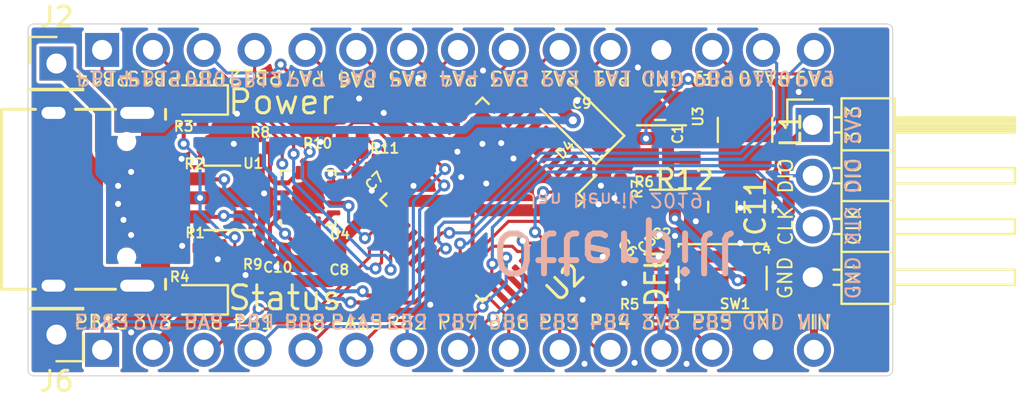
<source format=kicad_pcb>
(kicad_pcb (version 20171130) (host pcbnew 5.0.1)
  (layers (0 F.Cu signal) (31 B.Cu signal) (34 B.Paste user) (35 F.Paste user) (36 B.SilkS user) (37 F.SilkS user) (38 B.Mask user) (39 F.Mask user) (44 Edge.Cuts user))
  (net 0 "")
  (net 1 GND)
  (net 2 VBUS)
  (net 3 "Net-(C3-Pad2)")
  (net 4 "Net-(C3-Pad1)")
  (net 5 +3V3)
  (net 6 "Net-(D1-Pad1)")
  (net 7 "Net-(D2-Pad1)")
  (net 8 "Net-(J1-PadA8)")
  (net 9 "Net-(J1-PadB8)")
  (net 10 "Net-(R5-Pad1)")
  (net 11 "Net-(R6-Pad2)")
  (net 12 "Net-(U2-Pad7)")
  (net 13 "Net-(U2-Pad6)")
  (net 14 "Net-(U2-Pad5)")
  (net 15 "Net-(U2-Pad4)")
  (net 16 "Net-(U2-Pad3)")
  (net 17 SWCLK)
  (net 18 SWDIO)
  (net 19 CC2)
  (net 20 CC1)
  (net 21 "Net-(R8-Pad2)")
  (net 22 "Net-(R9-Pad2)")
  (net 23 INT_N)
  (net 24 SDA)
  (net 25 SCL)
  (net 26 "Net-(U4-Pad13)")
  (net 27 "Net-(U4-Pad12)")
  (net 28 USB_P)
  (net 29 USB_N)
  (net 30 VIN)
  (net 31 315)
  (net 32 314)
  (net 33 313)
  (net 34 311)
  (net 35 310)
  (net 36 39)
  (net 37 38)
  (net 38 37)
  (net 39 36)
  (net 40 35)
  (net 41 33)
  (net 42 32)
  (net 43 31)
  (net 44 413)
  (net 45 411)
  (net 46 410)
  (net 47 49)
  (net 48 48)
  (net 49 47)
  (net 50 46)
  (net 51 45)
  (net 52 44)
  (net 53 43)
  (net 54 41)
  (net 55 312)
  (net 56 "Net-(R12-Pad2)")
  (module Inductor_SMD:L_1210_3225Metric (layer F.Cu) (at 55.82 25.1 270)
    (fp_text reference L1 (at 0 -2.28 270) (layer F.SilkS))
    (fp_text value 4u7)
    (pad 1 smd roundrect (at -1.4 0 270) (size 1.25 2.65) (layers F.Cu F.Paste F.Mask) (roundrect_rratio 0.2) (net 3 "Net-(C3-Pad2)"))
    (pad 2 smd roundrect (at 1.4 0 270) (size 1.25 2.65) (layers F.Cu F.Paste F.Mask) (roundrect_rratio 0.2) (net 5 +3V3))
  )
  (module Capacitor_SMD:C_0805_2012Metric (layer F.Cu) (at 54.69 28.95 270)
    (fp_text reference C11 (at 0 -1.65 270) (layer F.SilkS))
    (fp_text value "10u 25V")
    (pad 1 smd roundrect (at -0.9375 0 270) (size 0.975 1.4) (layers F.Cu F.Paste F.Mask) (net 5 +3V3))
    (pad 2 smd roundrect (at 0.9375 0 270) (size 0.975 1.4) (layers F.Cu F.Paste F.Mask) (net 1 GND))
  )
  (module Resistor_SMD:R_0402_1005Metric (layer F.Cu) (at 52.8 28.75)
    (fp_text reference R12 (at 0 -1.17) (layer F.SilkS))
    (fp_text value 10k)
    (pad 1 smd roundrect (at -0.485 0) (size 0.59 0.64) (layers F.Cu F.Paste F.Mask) (net 30 VIN))
    (pad 2 smd roundrect (at 0.485 0) (size 0.59 0.64) (layers F.Cu F.Paste F.Mask) (net 56 "Net-(R12-Pad2)"))
  )
  (module Connector_PinHeader_2.54mm:PinHeader_1x01_P2.54mm_Vertical (layer F.Cu) (at 21.42 21.78)
    (fp_text reference J2 (at 0 -2.33) (layer F.SilkS))
    (fp_text value VBUS)
    (pad 1 thru_hole rect (at 0 0) (size 1.7 1.7) (drill 1) (layers *.Cu *.Mask) (net 2 VBUS))
  )
  (module Connector_PinHeader_2.54mm:PinHeader_1x01_P2.54mm_Vertical (layer F.Cu) (at 21.42 35.34 180)
    (fp_text reference J6 (at 0 -2.33 180) (layer F.SilkS))
    (fp_text value GND)
    (pad 1 thru_hole rect (at 0 0 180) (size 1.7 1.7) (drill 1) (layers *.Cu *.Mask) (net 1 GND))
  )
  (module Package_QFP:LQFP-48_7x7mm_P0.5mm (layer F.Cu) (at 42.7 28.589949 225)
    (fp_text reference U2 (at 0 -5.85 225) (layer F.SilkS))
    (fp_text value STM32F072C8Tx)
    (pad 1 smd roundrect (at -4.1625 -2.75 225) (size 1.475 0.3) (layers F.Cu F.Paste F.Mask) (net 5 +3V3))
    (pad 2 smd roundrect (at -4.1625 -2.25 225) (size 1.475 0.3) (layers F.Cu F.Paste F.Mask) (net 10 "Net-(R5-Pad1)"))
    (pad 3 smd roundrect (at -4.1625 -1.75 225) (size 1.475 0.3) (layers F.Cu F.Paste F.Mask) (net 16 "Net-(U2-Pad3)"))
    (pad 4 smd roundrect (at -4.1625 -1.249999 225) (size 1.475 0.3) (layers F.Cu F.Paste F.Mask) (net 15 "Net-(U2-Pad4)"))
    (pad 5 smd roundrect (at -4.1625 -0.75 225) (size 1.475 0.3) (layers F.Cu F.Paste F.Mask) (net 14 "Net-(U2-Pad5)"))
    (pad 6 smd roundrect (at -4.1625 -0.25 225) (size 1.475 0.3) (layers F.Cu F.Paste F.Mask) (net 13 "Net-(U2-Pad6)"))
    (pad 7 smd roundrect (at -4.1625 0.25 225) (size 1.475 0.3) (layers F.Cu F.Paste F.Mask) (net 12 "Net-(U2-Pad7)"))
    (pad 8 smd roundrect (at -4.1625 0.75 225) (size 1.475 0.3) (layers F.Cu F.Paste F.Mask) (net 1 GND))
    (pad 9 smd roundrect (at -4.1625 1.249999 225) (size 1.475 0.3) (layers F.Cu F.Paste F.Mask) (net 5 +3V3))
    (pad 10 smd roundrect (at -4.1625 1.75 225) (size 1.475 0.3) (layers F.Cu F.Paste F.Mask) (net 55 312))
    (pad 11 smd roundrect (at -4.1625 2.25 225) (size 1.475 0.3) (layers F.Cu F.Paste F.Mask) (net 34 311))
    (pad 12 smd roundrect (at -4.1625 2.75 225) (size 1.475 0.3) (layers F.Cu F.Paste F.Mask) (net 35 310))
    (pad 13 smd roundrect (at -2.75 4.1625 225) (size 0.3 1.475) (layers F.Cu F.Paste F.Mask) (net 36 39))
    (pad 14 smd roundrect (at -2.25 4.1625 225) (size 0.3 1.475) (layers F.Cu F.Paste F.Mask) (net 37 38))
    (pad 15 smd roundrect (at -1.75 4.1625 225) (size 0.3 1.475) (layers F.Cu F.Paste F.Mask) (net 38 37))
    (pad 16 smd roundrect (at -1.249999 4.1625 225) (size 0.3 1.475) (layers F.Cu F.Paste F.Mask) (net 39 36))
    (pad 17 smd roundrect (at -0.75 4.1625 225) (size 0.3 1.475) (layers F.Cu F.Paste F.Mask) (net 40 35))
    (pad 18 smd roundrect (at -0.25 4.1625 225) (size 0.3 1.475) (layers F.Cu F.Paste F.Mask) (net 41 33))
    (pad 19 smd roundrect (at 0.25 4.1625 225) (size 0.3 1.475) (layers F.Cu F.Paste F.Mask) (net 52 44))
    (pad 20 smd roundrect (at 0.75 4.1625 225) (size 0.3 1.475) (layers F.Cu F.Paste F.Mask) (net 49 47))
    (pad 21 smd roundrect (at 1.249999 4.1625 225) (size 0.3 1.475) (layers F.Cu F.Paste F.Mask) (net 25 SCL))
    (pad 22 smd roundrect (at 1.75 4.1625 225) (size 0.3 1.475) (layers F.Cu F.Paste F.Mask) (net 24 SDA))
    (pad 23 smd roundrect (at 2.25 4.1625 225) (size 0.3 1.475) (layers F.Cu F.Paste F.Mask) (net 1 GND))
    (pad 24 smd roundrect (at 2.75 4.1625 225) (size 0.3 1.475) (layers F.Cu F.Paste F.Mask) (net 5 +3V3))
    (pad 25 smd roundrect (at 4.1625 2.75 225) (size 1.475 0.3) (layers F.Cu F.Paste F.Mask) (net 23 INT_N))
    (pad 26 smd roundrect (at 4.1625 2.25 225) (size 1.475 0.3) (layers F.Cu F.Paste F.Mask) (net 54 41))
    (pad 27 smd roundrect (at 4.1625 1.75 225) (size 1.475 0.3) (layers F.Cu F.Paste F.Mask) (net 43 31))
    (pad 28 smd roundrect (at 4.1625 1.249999 225) (size 1.475 0.3) (layers F.Cu F.Paste F.Mask) (net 42 32))
    (pad 29 smd roundrect (at 4.1625 0.75 225) (size 1.475 0.3) (layers F.Cu F.Paste F.Mask) (net 53 43))
    (pad 30 smd roundrect (at 4.1625 0.25 225) (size 1.475 0.3) (layers F.Cu F.Paste F.Mask) (net 31 315))
    (pad 31 smd roundrect (at 4.1625 -0.25 225) (size 1.475 0.3) (layers F.Cu F.Paste F.Mask) (net 32 314))
    (pad 32 smd roundrect (at 4.1625 -0.75 225) (size 1.475 0.3) (layers F.Cu F.Paste F.Mask) (net 29 USB_N))
    (pad 33 smd roundrect (at 4.1625 -1.249999 225) (size 1.475 0.3) (layers F.Cu F.Paste F.Mask) (net 28 USB_P))
    (pad 34 smd roundrect (at 4.1625 -1.75 225) (size 1.475 0.3) (layers F.Cu F.Paste F.Mask) (net 18 SWDIO))
    (pad 35 smd roundrect (at 4.1625 -2.25 225) (size 1.475 0.3) (layers F.Cu F.Paste F.Mask) (net 1 GND))
    (pad 36 smd roundrect (at 4.1625 -2.75 225) (size 1.475 0.3) (layers F.Cu F.Paste F.Mask) (net 5 +3V3))
    (pad 37 smd roundrect (at 2.75 -4.1625 225) (size 0.3 1.475) (layers F.Cu F.Paste F.Mask) (net 17 SWCLK))
    (pad 38 smd roundrect (at 2.25 -4.1625 225) (size 0.3 1.475) (layers F.Cu F.Paste F.Mask) (net 50 46))
    (pad 39 smd roundrect (at 1.75 -4.1625 225) (size 0.3 1.475) (layers F.Cu F.Paste F.Mask) (net 46 410))
    (pad 40 smd roundrect (at 1.249999 -4.1625 225) (size 0.3 1.475) (layers F.Cu F.Paste F.Mask) (net 45 411))
    (pad 41 smd roundrect (at 0.75 -4.1625 225) (size 0.3 1.475) (layers F.Cu F.Paste F.Mask) (net 44 413))
    (pad 42 smd roundrect (at 0.25 -4.1625 225) (size 0.3 1.475) (layers F.Cu F.Paste F.Mask) (net 47 49))
    (pad 43 smd roundrect (at -0.25 -4.1625 225) (size 0.3 1.475) (layers F.Cu F.Paste F.Mask) (net 48 48))
    (pad 44 smd roundrect (at -0.75 -4.1625 225) (size 0.3 1.475) (layers F.Cu F.Paste F.Mask) (net 10 "Net-(R5-Pad1)"))
    (pad 45 smd roundrect (at -1.249999 -4.1625 225) (size 0.3 1.475) (layers F.Cu F.Paste F.Mask) (net 51 45))
    (pad 46 smd roundrect (at -1.75 -4.1625 225) (size 0.3 1.475) (layers F.Cu F.Paste F.Mask) (net 33 313))
    (pad 47 smd roundrect (at -2.25 -4.1625 225) (size 0.3 1.475) (layers F.Cu F.Paste F.Mask) (net 1 GND))
    (pad 48 smd roundrect (at -2.75 -4.1625 225) (size 0.3 1.475) (layers F.Cu F.Paste F.Mask) (net 5 +3V3))
  )
  (module Connector_PinHeader_2.54mm:PinHeader_1x15_P2.54mm_Vertical (layer F.Cu) (at 23.7 21.1 90)
    (fp_text reference J3 hide)
    (fp_text value 1)
    (pad 15 thru_hole oval (at 0 35.56 90) (size 1.7 1.7) (drill 1) (layers *.Cu *.Mask) (net 31 315))
    (pad 14 thru_hole oval (at 0 33.02 90) (size 1.7 1.7) (drill 1) (layers *.Cu *.Mask) (net 32 314))
    (pad 13 thru_hole oval (at 0 30.48 90) (size 1.7 1.7) (drill 1) (layers *.Cu *.Mask) (net 33 313))
    (pad 12 thru_hole oval (at 0 27.94 90) (size 1.7 1.7) (drill 1) (layers *.Cu *.Mask) (net 1 GND))
    (pad 11 thru_hole oval (at 0 25.4 90) (size 1.7 1.7) (drill 1) (layers *.Cu *.Mask) (net 34 311))
    (pad 10 thru_hole oval (at 0 22.86 90) (size 1.7 1.7) (drill 1) (layers *.Cu *.Mask) (net 35 310))
    (pad 9 thru_hole oval (at 0 20.32 90) (size 1.7 1.7) (drill 1) (layers *.Cu *.Mask) (net 36 39))
    (pad 8 thru_hole oval (at 0 17.78 90) (size 1.7 1.7) (drill 1) (layers *.Cu *.Mask) (net 37 38))
    (pad 7 thru_hole oval (at 0 15.24 90) (size 1.7 1.7) (drill 1) (layers *.Cu *.Mask) (net 38 37))
    (pad 6 thru_hole oval (at 0 12.7 90) (size 1.7 1.7) (drill 1) (layers *.Cu *.Mask) (net 39 36))
    (pad 5 thru_hole oval (at 0 10.16 90) (size 1.7 1.7) (drill 1) (layers *.Cu *.Mask) (net 40 35))
    (pad 4 thru_hole oval (at 0 7.62 90) (size 1.7 1.7) (drill 1) (layers *.Cu *.Mask) (net 23 INT_N))
    (pad 3 thru_hole oval (at 0 5.08 90) (size 1.7 1.7) (drill 1) (layers *.Cu *.Mask) (net 41 33))
    (pad 2 thru_hole oval (at 0 2.54 90) (size 1.7 1.7) (drill 1) (layers *.Cu *.Mask) (net 42 32))
    (pad 1 thru_hole rect (at 0 0 90) (size 1.7 1.7) (drill 1) (layers *.Cu *.Mask) (net 43 31))
  )
  (module Connector_PinHeader_2.54mm:PinHeader_1x15_P2.54mm_Vertical (layer F.Cu) (at 23.7 36.1 90)
    (fp_text reference J4 hide)
    (fp_text value 2)
    (pad 15 thru_hole oval (at 0 35.56 90) (size 1.7 1.7) (drill 1) (layers *.Cu *.Mask) (net 30 VIN))
    (pad 14 thru_hole oval (at 0 33.02 90) (size 1.7 1.7) (drill 1) (layers *.Cu *.Mask) (net 1 GND))
    (pad 13 thru_hole oval (at 0 30.48 90) (size 1.7 1.7) (drill 1) (layers *.Cu *.Mask) (net 44 413))
    (pad 12 thru_hole oval (at 0 27.94 90) (size 1.7 1.7) (drill 1) (layers *.Cu *.Mask) (net 5 +3V3))
    (pad 11 thru_hole oval (at 0 25.4 90) (size 1.7 1.7) (drill 1) (layers *.Cu *.Mask) (net 45 411))
    (pad 10 thru_hole oval (at 0 22.86 90) (size 1.7 1.7) (drill 1) (layers *.Cu *.Mask) (net 46 410))
    (pad 9 thru_hole oval (at 0 20.32 90) (size 1.7 1.7) (drill 1) (layers *.Cu *.Mask) (net 47 49))
    (pad 8 thru_hole oval (at 0 17.78 90) (size 1.7 1.7) (drill 1) (layers *.Cu *.Mask) (net 48 48))
    (pad 7 thru_hole oval (at 0 15.24 90) (size 1.7 1.7) (drill 1) (layers *.Cu *.Mask) (net 49 47))
    (pad 6 thru_hole oval (at 0 12.7 90) (size 1.7 1.7) (drill 1) (layers *.Cu *.Mask) (net 50 46))
    (pad 5 thru_hole oval (at 0 10.16 90) (size 1.7 1.7) (drill 1) (layers *.Cu *.Mask) (net 51 45))
    (pad 4 thru_hole oval (at 0 7.62 90) (size 1.7 1.7) (drill 1) (layers *.Cu *.Mask) (net 52 44))
    (pad 3 thru_hole oval (at 0 5.08 90) (size 1.7 1.7) (drill 1) (layers *.Cu *.Mask) (net 53 43))
    (pad 2 thru_hole oval (at 0 2.54 90) (size 1.7 1.7) (drill 1) (layers *.Cu *.Mask) (net 5 +3V3))
    (pad 1 thru_hole rect (at 0 0 90) (size 1.7 1.7) (drill 1) (layers *.Cu *.Mask) (net 54 41))
  )
  (module Button_Switch_SMD:SW_SPST_PTS810 (layer F.Cu) (at 54.7 32.512 180)
    (fp_text reference SW1 (at -0.625 -1.288 180) (layer F.SilkS) (effects (font (size 0.5 0.5) (thickness 0.1))))
    (fp_text value SW_Push)
    (pad 2 smd rect (at 2.075 1.075 180) (size 1.05 0.65) (layers F.Cu F.Paste F.Mask) (net 5 +3V3))
    (pad 2 smd rect (at -2.075 1.075 180) (size 1.05 0.65) (layers F.Cu F.Paste F.Mask) (net 5 +3V3))
    (pad 1 smd rect (at 2.075 -1.075 180) (size 1.05 0.65) (layers F.Cu F.Paste F.Mask) (net 10 "Net-(R5-Pad1)"))
    (pad 1 smd rect (at -2.075 -1.075 180) (size 1.05 0.65) (layers F.Cu F.Paste F.Mask) (net 10 "Net-(R5-Pad1)"))
  )
  (module Diode_SMD:D_SOD-123 (layer F.Cu) (at 47.49 24.51 135)
    (fp_text reference D4 (at -0.65 -1.575 225) (layer F.SilkS) (effects (font (size 0.5 0.5) (thickness 0.1))))
    (fp_text value SS310)
    (pad 2 smd rect (at 1.65 0 135) (size 0.9 1.2) (layers F.Cu F.Paste F.Mask) (net 2 VBUS))
    (pad 1 smd rect (at -1.65 0 135) (size 0.9 1.2) (layers F.Cu F.Paste F.Mask) (net 30 VIN))
  )
  (module Capacitor_SMD:C_0402_1005Metric (layer F.Cu) (at 33.6 31.4 270)
    (fp_text reference C10 (at 0.575 1.125) (layer F.SilkS) (effects (font (size 0.5 0.5) (thickness 0.1))))
    (fp_text value "100n 50V")
    (pad 2 smd roundrect (at 0.485 0 270) (size 0.59 0.64) (layers F.Cu F.Paste F.Mask) (net 1 GND))
    (pad 1 smd roundrect (at -0.485 0 270) (size 0.59 0.64) (layers F.Cu F.Paste F.Mask) (net 2 VBUS))
  )
  (module Capacitor_SMD:C_0402_1005Metric (layer F.Cu) (at 48.49 23.25 135)
    (fp_text reference C9 (at 0.213769 -0.956231 -180) (layer F.SilkS) (effects (font (size 0.5 0.5) (thickness 0.1))))
    (fp_text value "100n 50V")
    (pad 2 smd roundrect (at 0.485 0 135) (size 0.59 0.64) (layers F.Cu F.Paste F.Mask) (net 1 GND))
    (pad 1 smd roundrect (at -0.485 0 135) (size 0.59 0.64) (layers F.Cu F.Paste F.Mask) (net 5 +3V3))
  )
  (module Capacitor_SMD:C_0402_1005Metric (layer F.Cu) (at 34.6 31.4 270)
    (fp_text reference C8 (at 0.7 -0.95) (layer F.SilkS) (effects (font (size 0.5 0.5) (thickness 0.1))))
    (fp_text value "100n 50V")
    (pad 2 smd roundrect (at 0.485 0 270) (size 0.59 0.64) (layers F.Cu F.Paste F.Mask) (net 1 GND))
    (pad 1 smd roundrect (at -0.485 0 270) (size 0.59 0.64) (layers F.Cu F.Paste F.Mask) (net 5 +3V3))
  )
  (module Capacitor_SMD:C_0402_1005Metric (layer F.Cu) (at 36.47 27.7 270)
    (fp_text reference C7 (at -0.035355 -0.848528 45) (layer F.SilkS) (effects (font (size 0.5 0.5) (thickness 0.1))))
    (fp_text value "100n 50V")
    (pad 2 smd roundrect (at 0.485 0 270) (size 0.59 0.64) (layers F.Cu F.Paste F.Mask) (net 1 GND))
    (pad 1 smd roundrect (at -0.485 0 270) (size 0.59 0.64) (layers F.Cu F.Paste F.Mask) (net 5 +3V3))
  )
  (module Capacitor_SMD:C_0402_1005Metric (layer F.Cu) (at 48.92 30.255 270)
    (fp_text reference C6 (at 0.732488 -1.025305 315) (layer F.SilkS) (effects (font (size 0.5 0.5) (thickness 0.1))))
    (fp_text value "100n 50V")
    (pad 2 smd roundrect (at 0.485 0 270) (size 0.59 0.64) (layers F.Cu F.Paste F.Mask) (net 1 GND))
    (pad 1 smd roundrect (at -0.485 0 270) (size 0.59 0.64) (layers F.Cu F.Paste F.Mask) (net 5 +3V3))
  )
  (module Capacitor_SMD:C_0402_1005Metric (layer F.Cu) (at 49.93 30.92 270)
    (fp_text reference C5 (at -0.106066 -0.989949 45) (layer F.SilkS) (effects (font (size 0.5 0.5) (thickness 0.1))))
    (fp_text value "100n 50V")
    (pad 2 smd roundrect (at 0.485 0 270) (size 0.59 0.64) (layers F.Cu F.Paste F.Mask) (net 1 GND))
    (pad 1 smd roundrect (at -0.485 0 270) (size 0.59 0.64) (layers F.Cu F.Paste F.Mask) (net 5 +3V3))
  )
  (module Capacitor_SMD:C_0402_1005Metric (layer F.Cu) (at 53.72 23.87 270)
    (fp_text reference C3 (at -1.25 0.025) (layer F.SilkS) (effects (font (size 0.5 0.5) (thickness 0.1))))
    (fp_text value "100n 50V")
    (pad 2 smd roundrect (at 0.485 0 270) (size 0.59 0.64) (layers F.Cu F.Paste F.Mask) (net 3 "Net-(C3-Pad2)"))
    (pad 1 smd roundrect (at -0.485 0 270) (size 0.59 0.64) (layers F.Cu F.Paste F.Mask) (net 4 "Net-(C3-Pad1)"))
  )
  (module Capacitor_SMD:C_0402_1005Metric (layer F.Cu) (at 51.2 29 270)
    (fp_text reference C2 (at 1.3 -0.45) (layer F.SilkS) (effects (font (size 0.5 0.5) (thickness 0.1))))
    (fp_text value "100n 50V")
    (pad 2 smd roundrect (at 0.485 0 270) (size 0.59 0.64) (layers F.Cu F.Paste F.Mask) (net 1 GND))
    (pad 1 smd roundrect (at -0.485 0 270) (size 0.59 0.64) (layers F.Cu F.Paste F.Mask) (net 30 VIN))
  )
  (module Resistor_SMD:R_0402_1005Metric (layer F.Cu) (at 36.69 25.770001 90)
    (fp_text reference R11 (at -0.25 1.125 -180) (layer F.SilkS) (effects (font (size 0.5 0.5) (thickness 0.1))))
    (fp_text value 3k3)
    (pad 2 smd roundrect (at 0.485 0 90) (size 0.59 0.64) (layers F.Cu F.Paste F.Mask) (net 24 SDA))
    (pad 1 smd roundrect (at -0.485 0 90) (size 0.59 0.64) (layers F.Cu F.Paste F.Mask) (net 5 +3V3))
  )
  (module Resistor_SMD:R_0402_1005Metric (layer F.Cu) (at 35.69 25.770001 90)
    (fp_text reference R10 (at 0 -1.225 -180) (layer F.SilkS) (effects (font (size 0.5 0.5) (thickness 0.1))))
    (fp_text value 3k3)
    (pad 2 smd roundrect (at 0.485 0 90) (size 0.59 0.64) (layers F.Cu F.Paste F.Mask) (net 25 SCL))
    (pad 1 smd roundrect (at -0.485 0 90) (size 0.59 0.64) (layers F.Cu F.Paste F.Mask) (net 5 +3V3))
  )
  (module Resistor_SMD:R_0402_1005Metric (layer F.Cu) (at 31.6 31)
    (fp_text reference R9 (at -0.375 0.825) (layer F.SilkS) (effects (font (size 0.5 0.5) (thickness 0.1))))
    (fp_text value 0)
    (pad 2 smd roundrect (at 0.485 0) (size 0.59 0.64) (layers F.Cu F.Paste F.Mask) (net 22 "Net-(R9-Pad2)"))
    (pad 1 smd roundrect (at -0.485 0) (size 0.59 0.64) (layers F.Cu F.Paste F.Mask) (net 19 CC2))
  )
  (module Resistor_SMD:R_0402_1005Metric (layer F.Cu) (at 31.6 26)
    (fp_text reference R8 (at 0 -0.775) (layer F.SilkS) (effects (font (size 0.5 0.5) (thickness 0.1))))
    (fp_text value 0)
    (pad 2 smd roundrect (at 0.485 0) (size 0.59 0.64) (layers F.Cu F.Paste F.Mask) (net 21 "Net-(R8-Pad2)"))
    (pad 1 smd roundrect (at -0.485 0) (size 0.59 0.64) (layers F.Cu F.Paste F.Mask) (net 20 CC1))
  )
  (module Resistor_SMD:R_0402_1005Metric (layer F.Cu) (at 49.6 27.085 90)
    (fp_text reference R7 (at -0.975 0.825 90) (layer F.SilkS) (effects (font (size 0.5 0.5) (thickness 0.1))))
    (fp_text value 3k3)
    (pad 2 smd roundrect (at 0.485 0 90) (size 0.59 0.64) (layers F.Cu F.Paste F.Mask) (net 1 GND))
    (pad 1 smd roundrect (at -0.485 0 90) (size 0.59 0.64) (layers F.Cu F.Paste F.Mask) (net 11 "Net-(R6-Pad2)"))
  )
  (module Resistor_SMD:R_0402_1005Metric (layer F.Cu) (at 50.23 29 90)
    (fp_text reference R6 (at 1.3 0.55 -180) (layer F.SilkS) (effects (font (size 0.5 0.5) (thickness 0.1))))
    (fp_text value 10k)
    (pad 2 smd roundrect (at 0.485 0 90) (size 0.59 0.64) (layers F.Cu F.Paste F.Mask) (net 11 "Net-(R6-Pad2)"))
    (pad 1 smd roundrect (at -0.485 0 90) (size 0.59 0.64) (layers F.Cu F.Paste F.Mask) (net 5 +3V3))
  )
  (module Resistor_SMD:R_0402_1005Metric (layer F.Cu) (at 51 33.1 90)
    (fp_text reference R5 (at -0.725 -0.946 180) (layer F.SilkS) (effects (font (size 0.5 0.5) (thickness 0.1))))
    (fp_text value 3k3)
    (pad 2 smd roundrect (at 0.485 0 90) (size 0.59 0.64) (layers F.Cu F.Paste F.Mask) (net 1 GND))
    (pad 1 smd roundrect (at -0.485 0 90) (size 0.59 0.64) (layers F.Cu F.Paste F.Mask) (net 10 "Net-(R5-Pad1)"))
  )
  (module Resistor_SMD:R_0402_1005Metric (layer F.Cu) (at 29 32.2)
    (fp_text reference R4 (at -1.425 0.25) (layer F.SilkS) (effects (font (size 0.5 0.5) (thickness 0.1))))
    (fp_text value 3k3)
    (pad 2 smd roundrect (at 0.485 0) (size 0.59 0.64) (layers F.Cu F.Paste F.Mask) (net 1 GND))
    (pad 1 smd roundrect (at -0.485 0) (size 0.59 0.64) (layers F.Cu F.Paste F.Mask) (net 7 "Net-(D2-Pad1)"))
  )
  (module Resistor_SMD:R_0402_1005Metric (layer F.Cu) (at 29.2 24.9)
    (fp_text reference R3 (at -1.425 0.025) (layer F.SilkS) (effects (font (size 0.5 0.5) (thickness 0.1))))
    (fp_text value 3k3)
    (pad 2 smd roundrect (at 0.485 0) (size 0.59 0.64) (layers F.Cu F.Paste F.Mask) (net 1 GND))
    (pad 1 smd roundrect (at -0.485 0) (size 0.59 0.64) (layers F.Cu F.Paste F.Mask) (net 6 "Net-(D1-Pad1)"))
  )
  (module Resistor_SMD:R_0402_1005Metric (layer F.Cu) (at 29.2 26 180)
    (fp_text reference R2 (at 0.9 -0.8 180) (layer F.SilkS) (effects (font (size 0.5 0.5) (thickness 0.1))))
    (fp_text value DNP)
    (pad 2 smd roundrect (at 0.485 0 180) (size 0.59 0.64) (layers F.Cu F.Paste F.Mask) (net 20 CC1))
    (pad 1 smd roundrect (at -0.485 0 180) (size 0.59 0.64) (layers F.Cu F.Paste F.Mask) (net 1 GND))
  )
  (module Resistor_SMD:R_0402_1005Metric (layer F.Cu) (at 29 31 180)
    (fp_text reference R1 (at 0.65 0.75 180) (layer F.SilkS) (effects (font (size 0.5 0.5) (thickness 0.1))))
    (fp_text value DNP)
    (pad 2 smd roundrect (at 0.485 0 180) (size 0.59 0.64) (layers F.Cu F.Paste F.Mask) (net 19 CC2))
    (pad 1 smd roundrect (at -0.485 0 180) (size 0.59 0.64) (layers F.Cu F.Paste F.Mask) (net 1 GND))
  )
  (module Package_DFN_QFN:WQFN-14-1EP_2.5x2.5mm_P0.5mm_EP1.45x1.45mm (layer F.Cu) (at 34 28.5 90)
    (fp_text reference U4 (at -1.8 1.575 180) (layer F.SilkS) (effects (font (size 0.5 0.5) (thickness 0.1))))
    (fp_text value FUSB302BMPX)
    (pad 14 smd roundrect (at -0.75 -1.2625 90) (size 0.25 0.675) (layers F.Cu F.Paste F.Mask) (net 22 "Net-(R9-Pad2)"))
    (pad 13 smd roundrect (at -0.25 -1.2625 90) (size 0.25 0.675) (layers F.Cu F.Paste F.Mask) (net 26 "Net-(U4-Pad13)"))
    (pad 12 smd roundrect (at 0.25 -1.2625 90) (size 0.25 0.675) (layers F.Cu F.Paste F.Mask) (net 27 "Net-(U4-Pad12)"))
    (pad 11 smd roundrect (at 0.75 -1.2625 90) (size 0.25 0.675) (layers F.Cu F.Paste F.Mask) (net 21 "Net-(R8-Pad2)"))
    (pad 10 smd roundrect (at 1.2625 -0.5 90) (size 0.675 0.25) (layers F.Cu F.Paste F.Mask) (net 21 "Net-(R8-Pad2)"))
    (pad 9 smd roundrect (at 1.2625 0 90) (size 0.675 0.25) (layers F.Cu F.Paste F.Mask) (net 1 GND))
    (pad 8 smd roundrect (at 1.2625 0.5 90) (size 0.675 0.25) (layers F.Cu F.Paste F.Mask) (net 1 GND))
    (pad 7 smd roundrect (at 0.75 1.2625 90) (size 0.25 0.675) (layers F.Cu F.Paste F.Mask) (net 24 SDA))
    (pad 6 smd roundrect (at 0.25 1.2625 90) (size 0.25 0.675) (layers F.Cu F.Paste F.Mask) (net 25 SCL))
    (pad 5 smd roundrect (at -0.25 1.2625 90) (size 0.25 0.675) (layers F.Cu F.Paste F.Mask) (net 23 INT_N))
    (pad 4 smd roundrect (at -0.75 1.2625 90) (size 0.25 0.675) (layers F.Cu F.Paste F.Mask) (net 5 +3V3))
    (pad 3 smd roundrect (at -1.2625 0.5 90) (size 0.675 0.25) (layers F.Cu F.Paste F.Mask) (net 5 +3V3))
    (pad 2 smd roundrect (at -1.2625 0 90) (size 0.675 0.25) (layers F.Cu F.Paste F.Mask) (net 2 VBUS))
    (pad 1 smd roundrect (at -1.2625 -0.5 90) (size 0.675 0.25) (layers F.Cu F.Paste F.Mask) (net 22 "Net-(R9-Pad2)"))
    (pad 15 smd roundrect (at 0 0 90) (size 1.45 1.45) (layers F.Cu F.Mask) (roundrect_rratio 0.172414) (net 1 GND))
  )
  (module Connector_PinHeader_2.54mm:PinHeader_1x04_P2.54mm_Horizontal (layer F.Cu) (at 59.2 24.85)
    (fp_text reference J5 hide)
    (fp_text value SWD)
    (pad 4 thru_hole oval (at 0 7.62) (size 1.7 1.7) (drill 1) (layers *.Cu *.Mask) (net 1 GND))
    (pad 3 thru_hole oval (at 0 5.08) (size 1.7 1.7) (drill 1) (layers *.Cu *.Mask) (net 17 SWCLK))
    (pad 2 thru_hole oval (at 0 2.54) (size 1.7 1.7) (drill 1) (layers *.Cu *.Mask) (net 18 SWDIO))
    (pad 1 thru_hole rect (at 0 0) (size 1.7 1.7) (drill 1) (layers *.Cu *.Mask) (net 5 +3V3))
  )
  (module Package_TO_SOT_SMD:SOT-23-6 (layer F.Cu) (at 51.97 26.48)
    (fp_text reference U3 (at 1.5 -2.05 -270) (layer F.SilkS) (effects (font (size 0.5 0.5) (thickness 0.1))))
    (fp_text value SY8201)
    (pad 5 smd rect (at 1.1 0) (size 1.06 0.65) (layers F.Cu F.Paste F.Mask) (net 30 VIN))
    (pad 6 smd rect (at 1.1 -0.95) (size 1.06 0.65) (layers F.Cu F.Paste F.Mask) (net 3 "Net-(C3-Pad2)"))
    (pad 4 smd rect (at 1.1 0.95) (size 1.06 0.65) (layers F.Cu F.Paste F.Mask) (net 56 "Net-(R12-Pad2)"))
    (pad 3 smd rect (at -1.1 0.95) (size 1.06 0.65) (layers F.Cu F.Paste F.Mask) (net 11 "Net-(R6-Pad2)"))
    (pad 2 smd rect (at -1.1 0) (size 1.06 0.65) (layers F.Cu F.Paste F.Mask) (net 1 GND))
    (pad 1 smd rect (at -1.1 -0.95) (size 1.06 0.65) (layers F.Cu F.Paste F.Mask) (net 4 "Net-(C3-Pad1)"))
  )
  (module Package_TO_SOT_SMD:SOT-23-6 (layer F.Cu) (at 29.7 28.5 180)
    (fp_text reference U1 (at -1.55 1.725 180) (layer F.SilkS) (effects (font (size 0.5 0.5) (thickness 0.1))))
    (fp_text value USBLC6-4)
    (pad 5 smd rect (at 1.1 0 180) (size 1.06 0.65) (layers F.Cu F.Paste F.Mask) (net 5 +3V3))
    (pad 6 smd rect (at 1.1 -0.95 180) (size 1.06 0.65) (layers F.Cu F.Paste F.Mask) (net 28 USB_P))
    (pad 4 smd rect (at 1.1 0.95 180) (size 1.06 0.65) (layers F.Cu F.Paste F.Mask) (net 29 USB_N))
    (pad 3 smd rect (at -1.1 0.95 180) (size 1.06 0.65) (layers F.Cu F.Paste F.Mask) (net 20 CC1))
    (pad 2 smd rect (at -1.1 0 180) (size 1.06 0.65) (layers F.Cu F.Paste F.Mask) (net 1 GND))
    (pad 1 smd rect (at -1.1 -0.95 180) (size 1.06 0.65) (layers F.Cu F.Paste F.Mask) (net 19 CC2))
  )
  (module "otter:USB-C 16Pin" (layer F.Cu) (at 26.369999 28.57 270)
    (fp_text reference J1 hide)
    (fp_text value USB-c)
    (pad S1 thru_hole oval (at -4.32 0.915 270) (size 1 2.1) (drill oval 0.6 1.7) (layers *.Cu *.Mask) (net 1 GND))
    (pad S1 thru_hole oval (at 4.32 0.915 270) (size 1 2.1) (drill oval 0.6 1.7) (layers *.Cu *.Mask) (net 1 GND))
    (pad S1 thru_hole oval (at -4.32 5.095 270) (size 1 1.6) (drill oval 0.6 1.2) (layers *.Cu *.Mask) (net 1 GND))
    (pad S1 thru_hole oval (at 4.32 5.095 270) (size 1 1.6) (drill oval 0.6 1.2) (layers *.Cu *.Mask) (net 1 GND))
    (pad "" np_thru_hole circle (at 2.89 1.445 270) (size 0.65 0.65) (drill 0.65) (layers *.Cu *.Mask))
    (pad "" np_thru_hole circle (at -2.89 1.445 270) (size 0.65 0.65) (drill 0.65) (layers *.Cu *.Mask))
    (pad B1 smd rect (at 3.2 0 270) (size 0.6 1.45) (layers F.Cu F.Paste F.Mask) (net 1 GND))
    (pad B4 smd rect (at 2.4 0 270) (size 0.6 1.45) (layers F.Cu F.Paste F.Mask) (net 2 VBUS))
    (pad B5 smd rect (at 1.75 0 270) (size 0.3 1.45) (layers F.Cu F.Paste F.Mask) (net 19 CC2))
    (pad A8 smd rect (at 1.25 0 270) (size 0.3 1.45) (layers F.Cu F.Paste F.Mask) (net 8 "Net-(J1-PadA8)"))
    (pad B6 smd rect (at 0.75 0 270) (size 0.3 1.45) (layers F.Cu F.Paste F.Mask) (net 28 USB_P))
    (pad A7 smd rect (at 0.25 0 270) (size 0.3 1.45) (layers F.Cu F.Paste F.Mask) (net 29 USB_N))
    (pad A6 smd rect (at -0.25 0 270) (size 0.3 1.45) (layers F.Cu F.Paste F.Mask) (net 28 USB_P))
    (pad B7 smd rect (at -0.75 0 270) (size 0.3 1.45) (layers F.Cu F.Paste F.Mask) (net 29 USB_N))
    (pad A5 smd rect (at -1.25 0 270) (size 0.3 1.45) (layers F.Cu F.Paste F.Mask) (net 20 CC1))
    (pad B8 smd rect (at -1.75 0 270) (size 0.3 1.45) (layers F.Cu F.Paste F.Mask) (net 9 "Net-(J1-PadB8)"))
    (pad A4 smd rect (at -2.4 0 270) (size 0.6 1.45) (layers F.Cu F.Paste F.Mask) (net 2 VBUS))
    (pad A1 smd rect (at -3.2 0 270) (size 0.6 1.45) (layers F.Cu F.Paste F.Mask) (net 1 GND))
  )
  (module LED_SMD:LED_0603_1608Metric (layer F.Cu) (at 28.5 33.6 180)
    (fp_text reference D2 hide)
    (fp_text value "LED GREEN")
    (pad 2 smd roundrect (at 0.7875 0 180) (size 0.875 0.95) (layers F.Cu F.Paste F.Mask) (net 54 41))
    (pad 1 smd roundrect (at -0.7875 0 180) (size 0.875 0.95) (layers F.Cu F.Paste F.Mask) (net 7 "Net-(D2-Pad1)"))
  )
  (module LED_SMD:LED_0603_1608Metric (layer F.Cu) (at 28.5 23.6 180)
    (fp_text reference D1 hide)
    (fp_text value "LED RED")
    (pad 2 smd roundrect (at 0.7875 0 180) (size 0.875 0.95) (layers F.Cu F.Paste F.Mask) (net 5 +3V3))
    (pad 1 smd roundrect (at -0.7875 0 180) (size 0.875 0.95) (layers F.Cu F.Paste F.Mask) (net 6 "Net-(D1-Pad1)"))
  )
  (module Capacitor_SMD:C_0805_2012Metric (layer F.Cu) (at 56.5 28.96 270)
    (fp_text reference C4 (at 2.075 -0.15) (layer F.SilkS) (effects (font (size 0.5 0.5) (thickness 0.1))))
    (fp_text value "10u 25V")
    (pad 2 smd roundrect (at 0.9375 0 270) (size 0.975 1.4) (layers F.Cu F.Paste F.Mask) (net 1 GND))
    (pad 1 smd roundrect (at -0.9375 0 270) (size 0.975 1.4) (layers F.Cu F.Paste F.Mask) (net 5 +3V3))
  )
  (module Capacitor_SMD:C_0805_2012Metric (layer F.Cu) (at 51.58 23.89 180)
    (fp_text reference C1 (at -0.875 -1.425 -90) (layer F.SilkS) (effects (font (size 0.5 0.5) (thickness 0.1))))
    (fp_text value "10u 25V")
    (pad 2 smd roundrect (at 0.9375 0 180) (size 0.975 1.4) (layers F.Cu F.Paste F.Mask) (net 1 GND))
    (pad 1 smd roundrect (at -0.9375 0 180) (size 0.975 1.4) (layers F.Cu F.Paste F.Mask) (net 30 VIN))
  )
  (gr_text "Otterpill\n" (at 49.3 31.19 180) (layer B.SilkS) (effects (font (size 2 2) (thickness 0.3)) (justify mirror)))
  (gr_text "Jan Henrik 2019" (at 49.3 28.6 180) (layer B.SilkS) (effects (font (size 0.7 0.7) (thickness 0.1)) (justify mirror)))
  (gr_text 3V3 (at 61.2 24.85 90) (layer B.SilkS) (effects (font (size 0.7 0.7) (thickness 0.1)) (justify mirror)))
  (gr_text DIO (at 61.2 27.4 90) (layer B.SilkS) (effects (font (size 0.7 0.7) (thickness 0.1)) (justify mirror)))
  (gr_text CLK (at 61.2 29.9 90) (layer B.SilkS) (effects (font (size 0.7 0.7) (thickness 0.1)) (justify mirror)))
  (gr_text GND (at 61.225 32.5 90) (layer B.SilkS) (effects (font (size 0.7 0.7) (thickness 0.1)) (justify mirror)))
  (gr_text GND (at 51.725 22.5 180) (layer B.SilkS) (effects (font (size 0.7 0.7) (thickness 0.1)) (justify mirror)))
  (gr_text PB0 (at 28.875 22.5 180) (layer B.SilkS) (effects (font (size 0.7 0.7) (thickness 0.1)) (justify mirror)))
  (gr_text PB9 (at 54.275 22.5 180) (layer B.SilkS) (effects (font (size 0.7 0.7) (thickness 0.1)) (justify mirror)))
  (gr_text PB12 (at 31.4 22.55 180) (layer B.SilkS) (effects (font (size 0.7 0.7) (thickness 0.1)) (justify mirror)))
  (gr_text PA6 (at 36.475 22.45 180) (layer B.SilkS) (effects (font (size 0.7 0.7) (thickness 0.1)) (justify mirror)))
  (gr_text PA10 (at 56.825 22.5 180) (layer B.SilkS) (effects (font (size 0.7 0.7) (thickness 0.1)) (justify mirror)))
  (gr_text PA1 (at 49.2 22.5 180) (layer B.SilkS) (effects (font (size 0.7 0.7) (thickness 0.1)) (justify mirror)))
  (gr_text PA5 (at 39.025 22.5 180) (layer B.SilkS) (effects (font (size 0.7 0.7) (thickness 0.1)) (justify mirror)))
  (gr_text PB14 (at 23.775 22.5 180) (layer B.SilkS) (effects (font (size 0.7 0.7) (thickness 0.1)) (justify mirror)))
  (gr_text PA3 (at 44.075 22.5 180) (layer B.SilkS) (effects (font (size 0.7 0.7) (thickness 0.1)) (justify mirror)))
  (gr_text PA9 (at 59.325 22.5 180) (layer B.SilkS) (effects (font (size 0.7 0.7) (thickness 0.1)) (justify mirror)))
  (gr_text PB15 (at 26.325 22.5 180) (layer B.SilkS) (effects (font (size 0.7 0.7) (thickness 0.1)) (justify mirror)))
  (gr_text PA4 (at 41.55 22.5 180) (layer B.SilkS) (effects (font (size 0.7 0.7) (thickness 0.1)) (justify mirror)))
  (gr_text PA7 (at 33.9 22.5 180) (layer B.SilkS) (effects (font (size 0.7 0.7) (thickness 0.1)) (justify mirror)))
  (gr_text PA2 (at 46.6 22.5 180) (layer B.SilkS) (effects (font (size 0.7 0.7) (thickness 0.1)) (justify mirror)))
  (gr_text PB7 (at 41.475 34.725) (layer B.SilkS) (effects (font (size 0.7 0.7) (thickness 0.1)) (justify mirror)))
  (gr_text GND (at 56.725 34.725) (layer B.SilkS) (effects (font (size 0.7 0.7) (thickness 0.1)) (justify mirror)))
  (gr_text PB1 (at 31.275 34.725) (layer B.SilkS) (effects (font (size 0.7 0.7) (thickness 0.1)) (justify mirror)))
  (gr_text PA8 (at 28.775 34.725) (layer B.SilkS) (effects (font (size 0.7 0.7) (thickness 0.1)) (justify mirror)))
  (gr_text PB3 (at 46.525 34.725) (layer B.SilkS) (effects (font (size 0.7 0.7) (thickness 0.1)) (justify mirror)))
  (gr_text 3V3 (at 51.625 34.725) (layer B.SilkS) (effects (font (size 0.7 0.7) (thickness 0.1)) (justify mirror)))
  (gr_text PB5 (at 54.175 34.725) (layer B.SilkS) (effects (font (size 0.7 0.7) (thickness 0.1)) (justify mirror)))
  (gr_text PB4 (at 49.075 34.725) (layer B.SilkS) (effects (font (size 0.7 0.7) (thickness 0.1)) (justify mirror)))
  (gr_text PA15 (at 36.425 34.725) (layer B.SilkS) (effects (font (size 0.7 0.7) (thickness 0.1)) (justify mirror)))
  (gr_text PB2 (at 38.925 34.725) (layer B.SilkS) (effects (font (size 0.7 0.7) (thickness 0.1)) (justify mirror)))
  (gr_text VIN (at 59.275 34.725) (layer B.SilkS) (effects (font (size 0.7 0.7) (thickness 0.1)) (justify mirror)))
  (gr_text PB8 (at 33.825 34.725) (layer B.SilkS) (effects (font (size 0.7 0.7) (thickness 0.1)) (justify mirror)))
  (gr_text PB6 (at 44.025 34.725) (layer B.SilkS) (effects (font (size 0.7 0.7) (thickness 0.1)) (justify mirror)))
  (gr_text PB13 (at 23.675 34.725) (layer B.SilkS) (effects (font (size 0.7 0.7) (thickness 0.1)) (justify mirror)))
  (gr_text 3V3 (at 26.225 34.725) (layer B.SilkS) (effects (font (size 0.7 0.7) (thickness 0.1)) (justify mirror)))
  (gr_text PB0 (at 28.825 22.5 180) (layer F.SilkS) (effects (font (size 0.7 0.7) (thickness 0.1))))
  (gr_text PB14 (at 23.725 22.5 180) (layer F.SilkS) (effects (font (size 0.7 0.7) (thickness 0.1))))
  (gr_text PB15 (at 26.275 22.5 180) (layer F.SilkS) (effects (font (size 0.7 0.7) (thickness 0.1))))
  (gr_text PB12 (at 31.35 22.45 180) (layer F.SilkS) (effects (font (size 0.7 0.7) (thickness 0.1))))
  (gr_text PA7 (at 33.85 22.5 180) (layer F.SilkS) (effects (font (size 0.7 0.7) (thickness 0.1))))
  (gr_text PA6 (at 36.425 22.55 180) (layer F.SilkS) (effects (font (size 0.7 0.7) (thickness 0.1))))
  (gr_text PA5 (at 38.975 22.5 180) (layer F.SilkS) (effects (font (size 0.7 0.7) (thickness 0.1))))
  (gr_text PA4 (at 41.5 22.5 180) (layer F.SilkS) (effects (font (size 0.7 0.7) (thickness 0.1))))
  (gr_text PA3 (at 44.025 22.5 180) (layer F.SilkS) (effects (font (size 0.7 0.7) (thickness 0.1))))
  (gr_text PA2 (at 46.55 22.5 180) (layer F.SilkS) (effects (font (size 0.7 0.7) (thickness 0.1))))
  (gr_text PA1 (at 49.15 22.5 180) (layer F.SilkS) (effects (font (size 0.7 0.7) (thickness 0.1))))
  (gr_text GND (at 51.675 22.5 180) (layer F.SilkS) (effects (font (size 0.7 0.7) (thickness 0.1))))
  (gr_text PB9 (at 54.225 22.5 180) (layer F.SilkS) (effects (font (size 0.7 0.7) (thickness 0.1))))
  (gr_text PA10 (at 56.775 22.5 180) (layer F.SilkS) (effects (font (size 0.7 0.7) (thickness 0.1))))
  (gr_text PA9 (at 59.275 22.5 180) (layer F.SilkS) (effects (font (size 0.7 0.7) (thickness 0.1))))
  (gr_text VIN (at 59.275 34.725) (layer F.SilkS) (effects (font (size 0.7 0.7) (thickness 0.1))))
  (gr_text GND (at 56.725 34.725) (layer F.SilkS) (effects (font (size 0.7 0.7) (thickness 0.1))))
  (gr_text PB5 (at 54.175 34.725) (layer F.SilkS) (effects (font (size 0.7 0.7) (thickness 0.1))))
  (gr_text 3V3 (at 51.625 34.725) (layer F.SilkS) (effects (font (size 0.7 0.7) (thickness 0.1))))
  (gr_text PB4 (at 49.075 34.725) (layer F.SilkS) (effects (font (size 0.7 0.7) (thickness 0.1))))
  (gr_text PB3 (at 46.525 34.725) (layer F.SilkS) (effects (font (size 0.7 0.7) (thickness 0.1))))
  (gr_text PB6 (at 44.025 34.725) (layer F.SilkS) (effects (font (size 0.7 0.7) (thickness 0.1))))
  (gr_text PB7 (at 41.475 34.725) (layer F.SilkS) (effects (font (size 0.7 0.7) (thickness 0.1))))
  (gr_text PB2 (at 38.925 34.725) (layer F.SilkS) (effects (font (size 0.7 0.7) (thickness 0.1))))
  (gr_text PA15 (at 36.425 34.725) (layer F.SilkS) (effects (font (size 0.7 0.7) (thickness 0.1))))
  (gr_text PB8 (at 33.825 34.725) (layer F.SilkS) (effects (font (size 0.7 0.7) (thickness 0.1))))
  (gr_text PB1 (at 31.275 34.725) (layer F.SilkS) (effects (font (size 0.7 0.7) (thickness 0.1))))
  (gr_text PA8 (at 28.775 34.725) (layer F.SilkS) (effects (font (size 0.7 0.7) (thickness 0.1))))
  (gr_text PB13 (at 23.675 34.725) (layer F.SilkS) (effects (font (size 0.7 0.7) (thickness 0.1))))
  (gr_text 3V3 (at 26.225 34.725) (layer F.SilkS) (effects (font (size 0.7 0.7) (thickness 0.1))))
  (gr_text DIO (at 57.85 27.4 90) (layer F.SilkS) (effects (font (size 0.7 0.7) (thickness 0.1))))
  (gr_text CLK (at 57.85 29.9 90) (layer F.SilkS) (effects (font (size 0.7 0.7) (thickness 0.1))))
  (gr_text GND (at 57.825 32.5 90) (layer F.SilkS) (effects (font (size 0.7 0.7) (thickness 0.1))))
  (gr_text CLK (at 61.25 29.9 90) (layer F.SilkS) (effects (font (size 0.7 0.7) (thickness 0.1))))
  (gr_text DIO (at 61.25 27.4 90) (layer F.SilkS) (effects (font (size 0.7 0.7) (thickness 0.1))))
  (gr_text GND (at 61.225 32.5 90) (layer F.SilkS) (effects (font (size 0.7 0.7) (thickness 0.1))))
  (gr_text 3V3 (at 61.25 24.85 90) (layer F.SilkS) (effects (font (size 0.7 0.7) (thickness 0.1))))
  (gr_text DFU (at 51.35 32.52 90) (layer F.SilkS) (effects (font (size 1 1))))
  (gr_text Status (at 29.9 33.5) (layer F.SilkS) (effects (font (size 1.2 1.2)) (justify left)))
  (gr_text Power (at 29.9 23.7) (layer F.SilkS) (effects (font (size 1.2 1.2)) (justify left)))
  (gr_arc (start 62.9 37.1) (end 62.9 37.4) (angle -90) (layer Edge.Cuts) (width 0.05))
  (gr_arc (start 62.9 20.1) (end 63.2 20.1) (angle -90) (layer Edge.Cuts) (width 0.05))
  (gr_arc (start 20.3 20.1) (end 20.3 19.8) (angle -90) (layer Edge.Cuts) (width 0.05))
  (gr_arc (start 20.3 37.1) (end 20 37.1) (angle -90) (layer Edge.Cuts) (width 0.05))
  (gr_line (start 20 37.1) (end 20 20.1) (layer Edge.Cuts) (width 0.05))
  (gr_line (start 62.9 37.4) (end 20.3 37.4) (layer Edge.Cuts) (width 0.05))
  (gr_line (start 63.2 20.1) (end 63.2 37.1) (layer Edge.Cuts) (width 0.05))
  (gr_line (start 20.3 19.8) (end 62.9 19.8) (layer Edge.Cuts) (width 0.05))
  (via (at 50.3 36.75) (size 0.6) (drill 0.3) (layers F.Cu B.Cu) (net 1))
  (via (at 52.9 36.8) (size 0.6) (drill 0.3) (layers F.Cu B.Cu) (net 1))
  (segment (start 34 27.2375) (end 34 28.5) (width 0.2) (layer F.Cu) (net 1))
  (segment (start 34.5 28) (end 34 28.5) (width 0.2) (layer F.Cu) (net 1))
  (segment (start 34.5 27.2375) (end 34.5 28) (width 0.2) (layer F.Cu) (net 1))
  (segment (start 25.454999 32.685) (end 26.369999 31.77) (width 0.4) (layer F.Cu) (net 1))
  (segment (start 25.454999 32.89) (end 25.454999 32.685) (width 0.4) (layer F.Cu) (net 1))
  (segment (start 26.369999 25.165) (end 25.454999 24.25) (width 0.4) (layer F.Cu) (net 1))
  (segment (start 26.369999 25.37) (end 26.369999 25.165) (width 0.4) (layer F.Cu) (net 1))
  (via (at 47.8 36.8) (size 0.6) (drill 0.3) (layers F.Cu B.Cu) (net 1))
  (segment (start 24.9425 32.89) (end 25.454999 32.89) (width 0.157) (layer F.Cu) (net 1))
  (via (at 39.5 22.5) (size 0.6) (drill 0.3) (layers F.Cu B.Cu) (net 1))
  (segment (start 50.76 26.48) (end 50.69299 26.41299) (width 0.6) (layer F.Cu) (net 1))
  (via (at 42.7 25.79701) (size 0.6) (drill 0.3) (layers F.Cu B.Cu) (net 1))
  (via (at 30.28 25.79701) (size 0.6) (drill 0.3) (layers F.Cu B.Cu) (net 1))
  (via (at 31.79299 28.275) (size 0.6) (drill 0.3) (layers F.Cu B.Cu) (net 1))
  (via (at 30.44 24.29) (size 0.6) (drill 0.3) (layers F.Cu B.Cu) (net 1))
  (via (at 25.15 35.22551) (size 0.6) (drill 0.3) (layers F.Cu B.Cu) (net 1))
  (via (at 42.89 27.78) (size 0.6) (drill 0.3) (layers F.Cu B.Cu) (net 1))
  (via (at 44.25 26.53) (size 0.6) (drill 0.3) (layers F.Cu B.Cu) (net 1))
  (via (at 48.5 28.82) (size 0.6) (drill 0.3) (layers F.Cu B.Cu) (net 1))
  (via (at 49.79 32.77) (size 0.6) (drill 0.3) (layers F.Cu B.Cu) (net 1))
  (via (at 47.71 33.59) (size 0.6) (drill 0.3) (layers F.Cu B.Cu) (net 1))
  (via (at 48.71 31.44) (size 0.6) (drill 0.3) (layers F.Cu B.Cu) (net 1))
  (via (at 52.44 32.64) (size 0.6) (drill 0.3) (layers F.Cu B.Cu) (net 1))
  (via (at 58.5 23.2) (size 0.6) (drill 0.3) (layers F.Cu B.Cu) (net 1))
  (via (at 47.43 23.65) (size 0.6) (drill 0.3) (layers F.Cu B.Cu) (net 1))
  (via (at 50.46656 21.97598) (size 0.6) (drill 0.3) (layers F.Cu B.Cu) (net 1))
  (via (at 48.62 27.89) (size 0.6) (drill 0.3) (layers F.Cu B.Cu) (net 1))
  (segment (start 48.644833 27.865167) (end 48.62 27.89) (width 0.6) (layer F.Cu) (net 1))
  (via (at 49.3 28.51) (size 0.6) (drill 0.3) (layers F.Cu B.Cu) (net 1))
  (via (at 51.55 30.36) (size 0.6) (drill 0.3) (layers F.Cu B.Cu) (net 1))
  (via (at 53.36 29.67) (size 0.6) (drill 0.3) (layers F.Cu B.Cu) (net 1))
  (via (at 52.32 30.4) (size 0.6) (drill 0.3) (layers F.Cu B.Cu) (net 1))
  (via (at 55.59 29) (size 0.6) (drill 0.3) (layers F.Cu B.Cu) (net 1))
  (via (at 57.28 28.95) (size 0.6) (drill 0.3) (layers F.Cu B.Cu) (net 1))
  (via (at 55.59 30.76) (size 0.6) (drill 0.3) (layers F.Cu B.Cu) (net 1))
  (segment (start 49.66 26.47) (end 49.89 26.47) (width 0.6) (layer F.Cu) (net 1))
  (segment (start 49.53 26.6) (end 49.66 26.47) (width 0.6) (layer F.Cu) (net 1))
  (segment (start 49.89 26.47) (end 49.89 26.312001) (width 0.6) (layer F.Cu) (net 1))
  (segment (start 50.057999 26.48) (end 49.89 26.312001) (width 0.6) (layer F.Cu) (net 1))
  (segment (start 50.76 26.48) (end 50.057999 26.48) (width 0.6) (layer F.Cu) (net 1))
  (segment (start 50.5425 24.228074) (end 50.5425 23.89) (width 0.6) (layer F.Cu) (net 1))
  (segment (start 49.89 26.312001) (end 49.882999 26.305) (width 0.6) (layer F.Cu) (net 1))
  (segment (start 49.882999 26.305) (end 49.882999 24.887575) (width 0.6) (layer F.Cu) (net 1))
  (segment (start 49.882999 24.887575) (end 50.5425 24.228074) (width 0.6) (layer F.Cu) (net 1))
  (via (at 43.64 25.76) (size 0.6) (drill 0.3) (layers F.Cu B.Cu) (net 1))
  (via (at 37.77 24.25) (size 0.6) (drill 0.3) (layers F.Cu B.Cu) (net 1))
  (via (at 36.54 23.53) (size 0.6) (drill 0.3) (layers F.Cu B.Cu) (net 1))
  (via (at 37.17 28.14) (size 0.6) (drill 0.3) (layers F.Cu B.Cu) (net 1))
  (via (at 32.41 31.95) (size 0.6) (drill 0.3) (layers F.Cu B.Cu) (net 1))
  (via (at 29.48 31.57) (size 0.6) (drill 0.3) (layers F.Cu B.Cu) (net 1))
  (via (at 30.86551 32.36) (size 0.6) (drill 0.3) (layers F.Cu B.Cu) (net 1))
  (via (at 41.64 27.46) (size 0.6) (drill 0.3) (layers F.Cu B.Cu) (net 1))
  (via (at 41.45 26.19) (size 0.6) (drill 0.3) (layers F.Cu B.Cu) (net 1))
  (via (at 42.73 22.13) (size 0.6) (drill 0.3) (layers F.Cu B.Cu) (net 1))
  (via (at 34.617097 25.702397) (size 0.6) (drill 0.3) (layers F.Cu B.Cu) (net 1))
  (via (at 39.256337 27.896337) (size 0.6) (drill 0.3) (layers F.Cu B.Cu) (net 1))
  (via (at 40.095772 33.843328) (size 0.6) (drill 0.3) (layers F.Cu B.Cu) (net 1))
  (via (at 24.5 28.8) (size 0.6) (drill 0.3) (layers F.Cu B.Cu) (net 2))
  (segment (start 34 30.515) (end 33.6 30.915) (width 0.2) (layer F.Cu) (net 2))
  (segment (start 34 29.7625) (end 34 30.515) (width 0.2) (layer F.Cu) (net 2))
  (via (at 27.7 30.9) (size 0.6) (drill 0.3) (layers F.Cu B.Cu) (net 2))
  (via (at 24.5 27.9) (size 0.6) (drill 0.3) (layers F.Cu B.Cu) (net 2))
  (via (at 25.15 27.2) (size 0.6) (drill 0.3) (layers F.Cu B.Cu) (net 2))
  (via (at 25.15 30.35701) (size 0.6) (drill 0.3) (layers F.Cu B.Cu) (net 2))
  (segment (start 23.76 27.16) (end 24.5 27.9) (width 0.8) (layer B.Cu) (net 2))
  (segment (start 21.42 21.78) (end 23.76 24.12) (width 0.8) (layer B.Cu) (net 2))
  (segment (start 23.76 24.12) (end 23.76 27.16) (width 0.8) (layer B.Cu) (net 2))
  (segment (start 21.42 21.78) (end 23.75 24.11) (width 0.8) (layer F.Cu) (net 2))
  (segment (start 23.75 24.11) (end 23.75 26.1) (width 0.8) (layer F.Cu) (net 2))
  (segment (start 23.75 26.1) (end 24.46 26.81) (width 0.8) (layer F.Cu) (net 2))
  (via (at 24.77 29.6) (size 0.6) (drill 0.3) (layers F.Cu B.Cu) (net 2))
  (via (at 27.671636 26.546932) (size 0.6) (drill 0.3) (layers F.Cu B.Cu) (net 2))
  (via (at 47.22 24.62) (size 0.8) (drill 0.4) (layers F.Cu B.Cu) (net 2))
  (segment (start 26.369903 26.17) (end 27.439903 25.1) (width 0.4) (layer B.Cu) (net 2))
  (via (at 32.84 30.29) (size 0.6) (drill 0.3) (layers F.Cu B.Cu) (net 2))
  (segment (start 33.465 30.915) (end 32.84 30.29) (width 0.2) (layer F.Cu) (net 2))
  (segment (start 33.6 30.915) (end 33.465 30.915) (width 0.2) (layer F.Cu) (net 2))
  (segment (start 32.84 30.29) (end 32.35 29.8) (width 0.2) (layer B.Cu) (net 2))
  (segment (start 32.35 29.8) (end 32.35 27.49) (width 0.2) (layer B.Cu) (net 2))
  (segment (start 32.35 27.49) (end 31.79 26.93) (width 0.2) (layer B.Cu) (net 2))
  (segment (start 31.79 26.93) (end 31.79 25.1) (width 0.2) (layer B.Cu) (net 2))
  (segment (start 27.439903 25.1) (end 31.79 25.1) (width 0.4) (layer B.Cu) (net 2))
  (segment (start 42.28 24.62) (end 47.22 24.62) (width 0.4) (layer B.Cu) (net 2))
  (segment (start 31.79 25.1) (end 41.8 25.1) (width 0.4) (layer B.Cu) (net 2))
  (segment (start 41.8 25.1) (end 42.28 24.62) (width 0.4) (layer B.Cu) (net 2))
  (segment (start 46.820001 24.220001) (end 47.22 24.62) (width 0.6) (layer F.Cu) (net 2))
  (segment (start 46.323274 23.343274) (end 46.323274 23.723274) (width 0.6) (layer F.Cu) (net 2))
  (segment (start 46.323274 23.723274) (end 46.820001 24.220001) (width 0.6) (layer F.Cu) (net 2))
  (segment (start 53.72 24.77) (end 52.96 25.53) (width 0.2) (layer F.Cu) (net 3))
  (segment (start 53.72 24.355) (end 53.72 24.77) (width 0.2) (layer F.Cu) (net 3))
  (segment (start 50.76 25.53) (end 50.76 25.390684) (width 0.2) (layer F.Cu) (net 4))
  (segment (start 50.76 25.390685) (end 50.76 25.53) (width 0.2) (layer F.Cu) (net 4))
  (via (at 52.98 22.55) (size 0.6) (drill 0.3) (layers F.Cu B.Cu) (net 4))
  (segment (start 53.72 23.385) (end 53.72 23.29) (width 0.157) (layer F.Cu) (net 4))
  (segment (start 53.72 23.29) (end 52.98 22.55) (width 0.157) (layer F.Cu) (net 4))
  (via (at 50.87 25.53) (size 0.6) (drill 0.3) (layers F.Cu B.Cu) (net 4))
  (segment (start 52.98 22.55) (end 50.87 24.66) (width 0.157) (layer B.Cu) (net 4))
  (segment (start 50.87 24.66) (end 50.87 25.53) (width 0.157) (layer B.Cu) (net 4))
  (segment (start 42.21 28.65) (end 38.719627 28.65) (width 0.6) (layer F.Cu) (net 5))
  (segment (start 47.64 28.65) (end 47.64 28.45) (width 0.6) (layer F.Cu) (net 5))
  (segment (start 27.69 34.65) (end 26.24 36.1) (width 0.6) (layer F.Cu) (net 5))
  (segment (start 47.120237 28.969762) (end 47.039265 28.88879) (width 0.6) (layer F.Cu) (net 5))
  (segment (start 42.201159 32.481159) (end 41.95 32.23) (width 0.2) (layer F.Cu) (net 5))
  (segment (start 42.21 30.99) (end 42.21 28.65) (width 0.2) (layer F.Cu) (net 5))
  (segment (start 34.5 30.815) (end 34.6 30.915) (width 0.2) (layer F.Cu) (net 5))
  (segment (start 41.95 31.25) (end 42.21 30.99) (width 0.2) (layer F.Cu) (net 5))
  (segment (start 41.701212 33.477825) (end 42.201159 32.977878) (width 0.2) (layer F.Cu) (net 5))
  (segment (start 46.367319 29.12) (end 42.68 29.12) (width 0.6) (layer F.Cu) (net 5))
  (segment (start 47.64 27.92) (end 47.88 27.68) (width 0.6) (layer F.Cu) (net 5))
  (segment (start 46.598529 28.88879) (end 46.367319 29.12) (width 0.6) (layer F.Cu) (net 5))
  (segment (start 47.64 28.45) (end 47.120237 28.969762) (width 0.6) (layer F.Cu) (net 5))
  (segment (start 27.7125 23.6) (end 27.4 23.6) (width 0.2) (layer F.Cu) (net 5))
  (segment (start 37.812124 27.903293) (end 38.278831 28.37) (width 0.2) (layer F.Cu) (net 5))
  (segment (start 35.385 30.915) (end 34.6 30.915) (width 0.2) (layer F.Cu) (net 5))
  (segment (start 42.68 29.12) (end 42.21 28.65) (width 0.6) (layer F.Cu) (net 5))
  (segment (start 41.95 32.23) (end 41.95 31.25) (width 0.2) (layer F.Cu) (net 5))
  (segment (start 38.278831 28.37) (end 38.439627 28.37) (width 0.2) (layer F.Cu) (net 5))
  (segment (start 29.78 34.65) (end 27.69 34.65) (width 0.6) (layer F.Cu) (net 5))
  (segment (start 47.64 28.65) (end 47.64 27.92) (width 0.6) (layer F.Cu) (net 5))
  (segment (start 47.039265 28.88879) (end 46.598529 28.88879) (width 0.6) (layer F.Cu) (net 5))
  (segment (start 35.599998 30.700002) (end 35.385 30.915) (width 0.2) (layer F.Cu) (net 5))
  (segment (start 38.719627 28.65) (end 38.439627 28.37) (width 0.6) (layer F.Cu) (net 5))
  (via (at 28.59299 28.5) (size 0.6) (drill 0.3) (layers F.Cu B.Cu) (net 5))
  (segment (start 34.5 29.7625) (end 34.5 30.815) (width 0.2) (layer F.Cu) (net 5))
  (segment (start 34.5 29.7625) (end 34.75 29.7625) (width 0.2) (layer F.Cu) (net 5))
  (segment (start 42.201159 32.977878) (end 42.201159 32.481159) (width 0.2) (layer F.Cu) (net 5))
  (segment (start 34.75 29.7625) (end 35.2625 29.25) (width 0.2) (layer F.Cu) (net 5))
  (segment (start 30.3 34.13) (end 29.78 34.65) (width 0.6) (layer F.Cu) (net 5))
  (segment (start 37.812124 27.591161) (end 37.812124 27.903293) (width 0.2) (layer F.Cu) (net 5))
  (segment (start 56.775 30.84201) (end 56.775 31.437) (width 0.6) (layer F.Cu) (net 5))
  (segment (start 57.456516 30.84201) (end 56.775 30.84201) (width 0.6) (layer F.Cu) (net 5))
  (segment (start 57.86701 30.431516) (end 57.456516 30.84201) (width 0.6) (layer F.Cu) (net 5))
  (segment (start 57.86701 29.90299) (end 57.86701 30.431516) (width 0.6) (layer F.Cu) (net 5))
  (segment (start 57.892999 29.877001) (end 57.86701 29.90299) (width 0.6) (layer F.Cu) (net 5))
  (segment (start 57.849999 28.038001) (end 58 28.188002) (width 0.6) (layer F.Cu) (net 5))
  (segment (start 58 29.195638) (end 57.892999 29.302639) (width 0.6) (layer F.Cu) (net 5))
  (segment (start 58 28.188002) (end 58 29.195638) (width 0.6) (layer F.Cu) (net 5))
  (segment (start 57.892999 29.302639) (end 57.892999 29.877001) (width 0.6) (layer F.Cu) (net 5))
  (segment (start 56.49 28.0125) (end 56.5 28.0225) (width 0.8) (layer F.Cu) (net 5))
  (segment (start 54.69 28.0125) (end 56.49 28.0125) (width 0.8) (layer F.Cu) (net 5))
  (segment (start 55.6 27.1025) (end 54.69 28.0125) (width 0.8) (layer F.Cu) (net 5))
  (segment (start 55.6 26.68) (end 55.6 27.1025) (width 0.8) (layer F.Cu) (net 5))
  (segment (start 55.6 27.1225) (end 56.5 28.0225) (width 0.8) (layer F.Cu) (net 5))
  (segment (start 55.6 26.68) (end 55.6 27.1225) (width 0.8) (layer F.Cu) (net 5))
  (segment (start 57.834498 28.0225) (end 57.849999 28.038001) (width 0.8) (layer F.Cu) (net 5))
  (segment (start 56.5 28.0225) (end 57.834498 28.0225) (width 0.8) (layer F.Cu) (net 5))
  (segment (start 36.47 26.475001) (end 36.69 26.255001) (width 0.157) (layer F.Cu) (net 5))
  (segment (start 36.47 27.215) (end 36.47 26.475001) (width 0.157) (layer F.Cu) (net 5))
  (segment (start 36.47 27.035001) (end 35.69 26.255001) (width 0.157) (layer F.Cu) (net 5))
  (segment (start 36.47 27.215) (end 36.47 27.035001) (width 0.157) (layer F.Cu) (net 5))
  (segment (start 35.599998 30.670002) (end 35.599998 30.700002) (width 0.6) (layer F.Cu) (net 5))
  (segment (start 38.439627 28.37) (end 37.9 28.37) (width 0.6) (layer F.Cu) (net 5))
  (segment (start 37.9 28.37) (end 35.599998 30.670002) (width 0.6) (layer F.Cu) (net 5))
  (segment (start 47.88 27.68) (end 48.087823 27.472177) (width 0.2) (layer F.Cu) (net 5))
  (segment (start 47.900008 27.591161) (end 47.587876 27.591161) (width 0.2) (layer F.Cu) (net 5))
  (segment (start 48.087823 27.403346) (end 47.900008 27.591161) (width 0.2) (layer F.Cu) (net 5))
  (segment (start 48.087823 26.497823) (end 48.087823 27.403346) (width 0.2) (layer F.Cu) (net 5))
  (segment (start 28.59299 26.615) (end 28.074999 26.097009) (width 0.157) (layer B.Cu) (net 5))
  (segment (start 28.59299 28.5) (end 28.59299 26.615) (width 0.157) (layer B.Cu) (net 5))
  (segment (start 28.074999 26.097009) (end 27.775 25.79701) (width 0.157) (layer B.Cu) (net 5))
  (segment (start 27.775 23.675) (end 27.775 25.79701) (width 0.2) (layer F.Cu) (net 5))
  (via (at 27.775 25.79701) (size 0.6) (drill 0.3) (layers F.Cu B.Cu) (net 5))
  (segment (start 47.17 25.58) (end 48.087823 26.497823) (width 0.2) (layer F.Cu) (net 5))
  (segment (start 46.74 25.15) (end 47.17 25.58) (width 0.2) (layer F.Cu) (net 5))
  (segment (start 45.760533 24.170533) (end 46.74 25.15) (width 0.2) (layer F.Cu) (net 5))
  (segment (start 44.759449 24.762734) (end 45.35165 24.170533) (width 0.2) (layer F.Cu) (net 5))
  (segment (start 45.35165 24.170533) (end 45.760533 24.170533) (width 0.2) (layer F.Cu) (net 5))
  (segment (start 35.109677 32.662999) (end 31.767001 32.662999) (width 0.6) (layer F.Cu) (net 5))
  (segment (start 35.599998 32.172678) (end 35.109677 32.662999) (width 0.6) (layer F.Cu) (net 5))
  (segment (start 31.767001 32.662999) (end 30.3 34.13) (width 0.6) (layer F.Cu) (net 5))
  (segment (start 35.599998 30.700002) (end 35.599998 32.172678) (width 0.6) (layer F.Cu) (net 5))
  (segment (start 51.64 31.57697) (end 51.50003 31.437) (width 0.4) (layer B.Cu) (net 5))
  (via (at 51.50003 31.437) (size 0.6) (drill 0.3) (layers F.Cu B.Cu) (net 5))
  (segment (start 56.775 31.437) (end 51.50003 31.437) (width 0.6) (layer F.Cu) (net 5))
  (segment (start 51.64 36.1) (end 51.64 31.57697) (width 0.4) (layer B.Cu) (net 5))
  (segment (start 51.924294 31.437) (end 51.50003 31.437) (width 0.157) (layer F.Cu) (net 5))
  (segment (start 53.090532 31.437) (end 51.924294 31.437) (width 0.157) (layer F.Cu) (net 5))
  (segment (start 57.834498 26.06) (end 57.834498 28.0225) (width 0.4) (layer F.Cu) (net 5))
  (segment (start 59.2 24.85) (end 59.044498 24.85) (width 0.4) (layer F.Cu) (net 5))
  (segment (start 59.044498 24.85) (end 57.834498 26.06) (width 0.4) (layer F.Cu) (net 5))
  (segment (start 47.272364 25.58) (end 47.17 25.58) (width 0.2) (layer F.Cu) (net 5))
  (segment (start 48.082364 24.77) (end 47.272364 25.58) (width 0.2) (layer F.Cu) (net 5))
  (segment (start 48.842947 23.502947) (end 48.082364 24.26353) (width 0.2) (layer F.Cu) (net 5))
  (segment (start 48.082364 24.26353) (end 48.082364 24.77) (width 0.2) (layer F.Cu) (net 5))
  (segment (start 47.64 29.24) (end 47.64 28.65) (width 0.6) (layer F.Cu) (net 5))
  (segment (start 48.13 29.73) (end 47.64 29.24) (width 0.6) (layer F.Cu) (net 5))
  (segment (start 49.565 29.73) (end 48.13 29.73) (width 0.6) (layer F.Cu) (net 5))
  (segment (start 49.81 29.485) (end 49.565 29.73) (width 0.6) (layer F.Cu) (net 5))
  (segment (start 50.23 29.485) (end 49.81 29.485) (width 0.6) (layer F.Cu) (net 5))
  (segment (start 50.23 30.16697) (end 50.23 29.485) (width 0.6) (layer F.Cu) (net 5))
  (segment (start 50.49803 30.435) (end 49.93 30.435) (width 0.6) (layer F.Cu) (net 5))
  (segment (start 50.52303 30.46) (end 50.49803 30.435) (width 0.6) (layer F.Cu) (net 5))
  (segment (start 51.50003 31.437) (end 50.52303 30.46) (width 0.6) (layer F.Cu) (net 5))
  (segment (start 50.52303 30.46) (end 50.23 30.16697) (width 0.6) (layer F.Cu) (net 5))
  (segment (start 49.265 29.77) (end 48.92 29.77) (width 0.6) (layer F.Cu) (net 5))
  (segment (start 49.93 30.435) (end 49.265 29.77) (width 0.6) (layer F.Cu) (net 5))
  (segment (start 49.93 29.605) (end 49.81 29.485) (width 0.6) (layer F.Cu) (net 5))
  (segment (start 49.93 30.435) (end 49.93 29.605) (width 0.6) (layer F.Cu) (net 5))
  (segment (start 28.59299 29.157254) (end 29.905736 30.47) (width 0.157) (layer B.Cu) (net 5))
  (segment (start 29.905736 30.47) (end 30.33 30.47) (width 0.157) (layer B.Cu) (net 5))
  (segment (start 28.59299 28.5) (end 28.59299 29.157254) (width 0.157) (layer B.Cu) (net 5))
  (via (at 30.33 30.47) (size 0.6) (drill 0.3) (layers F.Cu B.Cu) (net 5))
  (segment (start 30.33 34.1) (end 30.33 30.47) (width 0.157) (layer F.Cu) (net 5))
  (segment (start 30.3 34.13) (end 30.33 34.1) (width 0.157) (layer F.Cu) (net 5))
  (segment (start 37.812124 27.591161) (end 37.470963 27.25) (width 0.2) (layer F.Cu) (net 5))
  (segment (start 36.505 27.25) (end 36.47 27.215) (width 0.2) (layer F.Cu) (net 5))
  (segment (start 37.470963 27.25) (end 36.505 27.25) (width 0.2) (layer F.Cu) (net 5))
  (segment (start 29.2875 24.3275) (end 28.715 24.9) (width 0.2) (layer F.Cu) (net 6))
  (segment (start 29.2875 23.6) (end 29.2875 24.3275) (width 0.2) (layer F.Cu) (net 6))
  (segment (start 29.2875 32.9725) (end 28.515 32.2) (width 0.2) (layer F.Cu) (net 7))
  (segment (start 29.2875 33.6) (end 29.2875 32.9725) (width 0.2) (layer F.Cu) (net 7))
  (segment (start 48.755711 33.585) (end 51 33.585) (width 0.157) (layer F.Cu) (net 10))
  (segment (start 46.173662 31.002951) (end 48.755711 33.585) (width 0.157) (layer F.Cu) (net 10))
  (segment (start 56.773 33.585) (end 56.775 33.587) (width 0.157) (layer F.Cu) (net 10))
  (segment (start 51 33.585) (end 56.773 33.585) (width 0.157) (layer F.Cu) (net 10))
  (segment (start 46.173662 31.002951) (end 45.381732 30.211021) (width 0.157) (layer F.Cu) (net 10))
  (via (at 45.33 30.211021) (size 0.6) (drill 0.3) (layers F.Cu B.Cu) (net 10))
  (segment (start 45.381732 30.211021) (end 45.33 30.211021) (width 0.157) (layer F.Cu) (net 10))
  (segment (start 45.33 28.609561) (end 45.427512 28.512049) (width 0.157) (layer B.Cu) (net 10))
  (segment (start 46.259879 28.21205) (end 46.151775 28.21205) (width 0.157) (layer F.Cu) (net 10))
  (via (at 45.727511 28.21205) (size 0.6) (drill 0.3) (layers F.Cu B.Cu) (net 10))
  (segment (start 45.33 30.211021) (end 45.33 28.609561) (width 0.157) (layer B.Cu) (net 10))
  (segment (start 47.234322 27.237607) (end 46.259879 28.21205) (width 0.157) (layer F.Cu) (net 10))
  (segment (start 46.151775 28.21205) (end 45.727511 28.21205) (width 0.157) (layer F.Cu) (net 10))
  (segment (start 45.427512 28.512049) (end 45.727511 28.21205) (width 0.157) (layer B.Cu) (net 10))
  (segment (start 50.76 27.985) (end 50.23 28.515) (width 0.2) (layer F.Cu) (net 11))
  (segment (start 50.76 27.43) (end 50.76 27.985) (width 0.2) (layer F.Cu) (net 11))
  (segment (start 50.57 27.62) (end 50.76 27.43) (width 0.2) (layer F.Cu) (net 11))
  (segment (start 49.58 27.62) (end 50.57 27.62) (width 0.2) (layer F.Cu) (net 11))
  (segment (start 49.54 27.58) (end 49.58 27.62) (width 0.2) (layer F.Cu) (net 11))
  (via (at 43.19679 31.800901) (size 0.6) (drill 0.3) (layers F.Cu B.Cu) (net 17))
  (segment (start 43.698788 33.477825) (end 43.164691 32.943728) (width 0.157) (layer F.Cu) (net 17))
  (segment (start 43.164691 32.943728) (end 43.164691 31.833) (width 0.157) (layer F.Cu) (net 17))
  (segment (start 43.164691 31.833) (end 43.19679 31.800901) (width 0.157) (layer F.Cu) (net 17))
  (segment (start 45.980201 27.202033) (end 43.19679 29.985444) (width 0.157) (layer B.Cu) (net 17))
  (segment (start 56.472033 27.202033) (end 45.980201 27.202033) (width 0.157) (layer B.Cu) (net 17))
  (segment (start 59.2 29.93) (end 56.472033 27.202033) (width 0.157) (layer B.Cu) (net 17))
  (segment (start 43.19679 31.376637) (end 43.19679 31.800901) (width 0.157) (layer B.Cu) (net 17))
  (segment (start 43.19679 29.985444) (end 43.19679 31.376637) (width 0.157) (layer B.Cu) (net 17))
  (segment (start 41.010273 32.638134) (end 40.401604 33.246803) (width 0.157) (layer F.Cu) (net 18))
  (segment (start 41.126688 32.638134) (end 41.010273 32.638134) (width 0.157) (layer F.Cu) (net 18))
  (segment (start 41.588375 32.176448) (end 41.588375 31.212267) (width 0.157) (layer F.Cu) (net 18))
  (via (at 41.588375 30.788003) (size 0.6) (drill 0.3) (layers F.Cu B.Cu) (net 18))
  (segment (start 41.588375 31.212267) (end 41.588375 30.788003) (width 0.157) (layer F.Cu) (net 18))
  (segment (start 40.994105 32.770718) (end 41.588375 32.176448) (width 0.157) (layer F.Cu) (net 18))
  (segment (start 57.997919 27.39) (end 57.495941 26.888022) (width 0.157) (layer B.Cu) (net 18))
  (segment (start 59.2 27.39) (end 57.997919 27.39) (width 0.157) (layer B.Cu) (net 18))
  (segment (start 57.495941 26.888022) (end 45.850134 26.888022) (width 0.157) (layer B.Cu) (net 18))
  (segment (start 45.850134 26.888022) (end 41.950153 30.788003) (width 0.157) (layer B.Cu) (net 18))
  (segment (start 41.950153 30.788003) (end 41.588375 30.788003) (width 0.157) (layer B.Cu) (net 18))
  (segment (start 27.294999 30.32) (end 26.369999 30.32) (width 0.2) (layer F.Cu) (net 19))
  (segment (start 28.4 30.34) (end 28.38 30.32) (width 0.2) (layer F.Cu) (net 19))
  (segment (start 28.4 31.0125) (end 28.4 30.34) (width 0.2) (layer F.Cu) (net 19))
  (segment (start 28.38 30.32) (end 27.294999 30.32) (width 0.2) (layer F.Cu) (net 19))
  (segment (start 31.115 29.765) (end 30.8 29.45) (width 0.2) (layer F.Cu) (net 19))
  (segment (start 31.115 31) (end 31.115 29.765) (width 0.2) (layer F.Cu) (net 19))
  (segment (start 30.030638 29.975) (end 29.685638 30.32) (width 0.2) (layer F.Cu) (net 19))
  (segment (start 30.595 29.45) (end 30.07 29.975) (width 0.2) (layer F.Cu) (net 19))
  (segment (start 30.8 29.45) (end 30.595 29.45) (width 0.2) (layer F.Cu) (net 19))
  (segment (start 29.685638 30.32) (end 28.38 30.32) (width 0.2) (layer F.Cu) (net 19))
  (segment (start 30.07 29.975) (end 30.030638 29.975) (width 0.2) (layer F.Cu) (net 19))
  (segment (start 28.6 26.9) (end 28.6 26.0875) (width 0.2) (layer F.Cu) (net 20))
  (segment (start 28.624999 26.924999) (end 28.6 26.9) (width 0.2) (layer F.Cu) (net 20))
  (segment (start 31.115 27.235) (end 30.8 27.55) (width 0.2) (layer F.Cu) (net 20))
  (segment (start 31.115 26) (end 31.115 27.235) (width 0.2) (layer F.Cu) (net 20))
  (segment (start 30.595 27.55) (end 29.969999 26.924999) (width 0.2) (layer F.Cu) (net 20))
  (segment (start 29.969999 26.924999) (end 29.549363 26.924999) (width 0.2) (layer F.Cu) (net 20))
  (segment (start 30.8 27.55) (end 30.595 27.55) (width 0.2) (layer F.Cu) (net 20))
  (segment (start 29.549363 26.924999) (end 28.624999 26.924999) (width 0.2) (layer F.Cu) (net 20))
  (segment (start 27.512398 27.32) (end 27.294999 27.32) (width 0.2) (layer F.Cu) (net 20))
  (segment (start 27.864399 26.967999) (end 27.512398 27.32) (width 0.2) (layer F.Cu) (net 20))
  (segment (start 28.581999 26.967999) (end 27.864399 26.967999) (width 0.2) (layer F.Cu) (net 20))
  (segment (start 27.294999 27.32) (end 26.369999 27.32) (width 0.2) (layer F.Cu) (net 20))
  (segment (start 28.624999 26.924999) (end 28.581999 26.967999) (width 0.2) (layer F.Cu) (net 20))
  (segment (start 32.9875 27.75) (end 32.7375 27.75) (width 0.2) (layer F.Cu) (net 21))
  (segment (start 33.5 27.2375) (end 32.9875 27.75) (width 0.2) (layer F.Cu) (net 21))
  (segment (start 32.3 27.75) (end 32.7375 27.75) (width 0.2) (layer F.Cu) (net 21))
  (segment (start 32.085 26) (end 32.085 27.535) (width 0.2) (layer F.Cu) (net 21))
  (segment (start 32.085 27.535) (end 32.3 27.75) (width 0.2) (layer F.Cu) (net 21))
  (segment (start 33.25 29.7625) (end 32.7375 29.25) (width 0.2) (layer F.Cu) (net 22))
  (segment (start 33.5 29.7625) (end 33.25 29.7625) (width 0.2) (layer F.Cu) (net 22))
  (segment (start 32.54179 29.44571) (end 32.7375 29.25) (width 0.2) (layer F.Cu) (net 22))
  (segment (start 32.085 29.9025) (end 32.54179 29.44571) (width 0.2) (layer F.Cu) (net 22))
  (segment (start 32.085 31) (end 32.085 29.9025) (width 0.2) (layer F.Cu) (net 22))
  (segment (start 31.4 21.18) (end 31.32 21.1) (width 0.157) (layer B.Cu) (net 23))
  (via (at 36.014007 28.902422) (size 0.6) (drill 0.3) (layers F.Cu B.Cu) (net 23))
  (segment (start 35.861585 28.75) (end 36.014007 28.902422) (width 0.2) (layer F.Cu) (net 23))
  (segment (start 35.2625 28.75) (end 35.861585 28.75) (width 0.2) (layer F.Cu) (net 23))
  (segment (start 36.890574 30.510287) (end 36.830287 30.510287) (width 0.157) (layer F.Cu) (net 23))
  (segment (start 36.014007 28.902422) (end 36.014007 29.694007) (width 0.157) (layer B.Cu) (net 23))
  (segment (start 37.812124 29.588737) (end 36.890574 30.510287) (width 0.157) (layer F.Cu) (net 23))
  (via (at 36.830287 30.510287) (size 0.6) (drill 0.3) (layers F.Cu B.Cu) (net 23))
  (segment (start 36.530288 30.210288) (end 36.830287 30.510287) (width 0.157) (layer B.Cu) (net 23))
  (segment (start 36.014007 29.694007) (end 36.530288 30.210288) (width 0.157) (layer B.Cu) (net 23))
  (via (at 34.07 26.2) (size 0.6) (drill 0.3) (layers F.Cu B.Cu) (net 23))
  (segment (start 33.770001 25.900001) (end 34.07 26.2) (width 0.157) (layer F.Cu) (net 23))
  (segment (start 31.32 23.45) (end 33.770001 25.900001) (width 0.157) (layer F.Cu) (net 23))
  (segment (start 31.32 21.1) (end 31.32 23.45) (width 0.157) (layer F.Cu) (net 23))
  (segment (start 34.07 26.32) (end 34.07 26.2) (width 0.157) (layer B.Cu) (net 23))
  (segment (start 35.996429 28.92) (end 35.08 28.92) (width 0.157) (layer B.Cu) (net 23))
  (segment (start 35.08 28.92) (end 33.7 27.54) (width 0.157) (layer B.Cu) (net 23))
  (segment (start 36.014007 28.902422) (end 35.996429 28.92) (width 0.157) (layer B.Cu) (net 23))
  (segment (start 33.7 27.54) (end 33.7 26.69) (width 0.157) (layer B.Cu) (net 23))
  (segment (start 33.7 26.69) (end 34.07 26.32) (width 0.157) (layer B.Cu) (net 23))
  (via (at 35.118772 27.302757) (size 0.6) (drill 0.3) (layers F.Cu B.Cu) (net 24))
  (segment (start 35.2625 27.446485) (end 35.118772 27.302757) (width 0.157) (layer F.Cu) (net 24))
  (segment (start 35.2625 27.75) (end 35.2625 27.446485) (width 0.157) (layer F.Cu) (net 24))
  (via (at 37.449835 25.864876) (size 0.6) (drill 0.3) (layers F.Cu B.Cu) (net 24))
  (segment (start 35.118772 27.302757) (end 36.011954 27.302757) (width 0.157) (layer B.Cu) (net 24))
  (segment (start 38.519231 26.884054) (end 37.500053 25.864876) (width 0.157) (layer F.Cu) (net 24))
  (segment (start 36.011954 27.302757) (end 37.149836 26.164875) (width 0.157) (layer B.Cu) (net 24))
  (segment (start 37.149836 26.164875) (end 37.449835 25.864876) (width 0.157) (layer B.Cu) (net 24))
  (segment (start 37.500053 25.864876) (end 37.449835 25.864876) (width 0.157) (layer F.Cu) (net 24))
  (segment (start 37.269875 25.864876) (end 36.69 25.285001) (width 0.157) (layer F.Cu) (net 24))
  (segment (start 37.449835 25.864876) (end 37.269875 25.864876) (width 0.157) (layer F.Cu) (net 24))
  (segment (start 36.024168 24.950833) (end 35.69 25.285001) (width 0.157) (layer F.Cu) (net 25))
  (segment (start 38.872785 26.5305) (end 37.432285 25.09) (width 0.157) (layer F.Cu) (net 25))
  (segment (start 37.432285 25.09) (end 37.43 25.09) (width 0.157) (layer F.Cu) (net 25))
  (segment (start 37.43 25.09) (end 37.08 24.74) (width 0.157) (layer F.Cu) (net 25))
  (segment (start 37.08 24.74) (end 36.235001 24.74) (width 0.157) (layer F.Cu) (net 25))
  (segment (start 36.235001 24.74) (end 36.024168 24.950833) (width 0.157) (layer F.Cu) (net 25))
  (segment (start 35.13449 25.840511) (end 35.355832 25.619169) (width 0.157) (layer F.Cu) (net 25))
  (segment (start 35.355832 25.619169) (end 35.69 25.285001) (width 0.157) (layer F.Cu) (net 25))
  (segment (start 35.13449 26.561149) (end 35.13449 25.840511) (width 0.157) (layer F.Cu) (net 25))
  (segment (start 35.7 28.25) (end 35.865501 28.084499) (width 0.157) (layer F.Cu) (net 25))
  (segment (start 35.865501 28.084499) (end 35.865501 27.29216) (width 0.157) (layer F.Cu) (net 25))
  (segment (start 35.2625 28.25) (end 35.7 28.25) (width 0.157) (layer F.Cu) (net 25))
  (segment (start 35.865501 27.29216) (end 35.13449 26.561149) (width 0.157) (layer F.Cu) (net 25))
  (segment (start 27.294999 29.32) (end 26.369999 29.32) (width 0.2) (layer F.Cu) (net 28))
  (segment (start 27.74 29.32) (end 27.294999 29.32) (width 0.2) (layer F.Cu) (net 28))
  (segment (start 27.87 29.45) (end 27.74 29.32) (width 0.2) (layer F.Cu) (net 28))
  (segment (start 28.6 29.45) (end 27.87 29.45) (width 0.2) (layer F.Cu) (net 28))
  (segment (start 28.6 29.45) (end 29.725 29.45) (width 0.2) (layer F.Cu) (net 28))
  (segment (start 29.725 29.45) (end 29.775 29.4) (width 0.2) (layer F.Cu) (net 28))
  (via (at 29.775 29.4) (size 0.6) (drill 0.3) (layers F.Cu B.Cu) (net 28))
  (segment (start 26.369999 29.32) (end 25.532397 29.32) (width 0.2) (layer F.Cu) (net 28))
  (segment (start 25.444999 28.32) (end 26.369999 28.32) (width 0.2) (layer F.Cu) (net 28))
  (segment (start 25.387998 28.377001) (end 25.444999 28.32) (width 0.2) (layer F.Cu) (net 28))
  (segment (start 25.387998 29.175601) (end 25.387998 28.377001) (width 0.2) (layer F.Cu) (net 28))
  (segment (start 25.532397 29.32) (end 25.387998 29.175601) (width 0.2) (layer F.Cu) (net 28))
  (via (at 36.113167 33.728021) (size 0.6) (drill 0.3) (layers F.Cu B.Cu) (net 28))
  (segment (start 35.898021 33.728021) (end 36.113167 33.728021) (width 0.2) (layer B.Cu) (net 28))
  (segment (start 35.72 33.55) (end 35.898021 33.728021) (width 0.2) (layer B.Cu) (net 28))
  (segment (start 34.8 33.55) (end 35.72 33.55) (width 0.2) (layer B.Cu) (net 28))
  (segment (start 29.775 29.4) (end 30.65 29.4) (width 0.2) (layer B.Cu) (net 28))
  (segment (start 30.65 29.4) (end 34.8 33.55) (width 0.2) (layer B.Cu) (net 28))
  (segment (start 36.546421 33.737011) (end 36.537431 33.728021) (width 0.2) (layer F.Cu) (net 28))
  (segment (start 39.320704 33.737011) (end 36.546421 33.737011) (width 0.2) (layer F.Cu) (net 28))
  (segment (start 40.640551 32.417164) (end 39.320704 33.737011) (width 0.2) (layer F.Cu) (net 28))
  (segment (start 36.537431 33.728021) (end 36.113167 33.728021) (width 0.2) (layer F.Cu) (net 28))
  (segment (start 26.319999 28.77) (end 26.369999 28.82) (width 0.2) (layer F.Cu) (net 29))
  (segment (start 27.294999 28.82) (end 27.769999 28.345) (width 0.2) (layer F.Cu) (net 29))
  (segment (start 26.369999 28.82) (end 27.294999 28.82) (width 0.2) (layer F.Cu) (net 29))
  (segment (start 26.369999 27.82) (end 27.759998 27.82) (width 0.2) (layer F.Cu) (net 29))
  (segment (start 27.769999 28.345) (end 27.769999 27.830001) (width 0.2) (layer F.Cu) (net 29))
  (segment (start 27.759998 27.82) (end 27.769999 27.830001) (width 0.2) (layer F.Cu) (net 29))
  (via (at 36.718588 33.171011) (size 0.6) (drill 0.3) (layers F.Cu B.Cu) (net 29))
  (via (at 29.8 27.575) (size 0.6) (drill 0.3) (layers F.Cu B.Cu) (net 29))
  (segment (start 27.769999 27.830001) (end 28.025 27.575) (width 0.2) (layer F.Cu) (net 29))
  (segment (start 28.025 27.575) (end 29.375736 27.575) (width 0.2) (layer F.Cu) (net 29))
  (segment (start 29.375736 27.575) (end 29.8 27.575) (width 0.2) (layer F.Cu) (net 29))
  (segment (start 34.925899 33.171011) (end 29.8 28.045112) (width 0.2) (layer B.Cu) (net 29))
  (segment (start 36.718588 33.171011) (end 34.925899 33.171011) (width 0.2) (layer B.Cu) (net 29))
  (segment (start 29.8 27.999264) (end 29.8 27.575) (width 0.2) (layer B.Cu) (net 29))
  (segment (start 29.8 28.045112) (end 29.8 27.999264) (width 0.2) (layer B.Cu) (net 29))
  (segment (start 36.741011 33.171011) (end 36.718588 33.171011) (width 0.2) (layer F.Cu) (net 29))
  (segment (start 40.496874 31.853736) (end 38.97061 33.38) (width 0.2) (layer F.Cu) (net 29))
  (segment (start 36.95 33.38) (end 36.741011 33.171011) (width 0.2) (layer F.Cu) (net 29))
  (segment (start 38.97061 33.38) (end 36.95 33.38) (width 0.2) (layer F.Cu) (net 29))
  (segment (start 52.08 26.48) (end 52.96 26.48) (width 0.6) (layer F.Cu) (net 30))
  (segment (start 51.972999 26.587001) (end 52.08 26.48) (width 0.6) (layer F.Cu) (net 30))
  (segment (start 51.972999 27.894603) (end 51.972999 26.587001) (width 0.6) (layer F.Cu) (net 30))
  (segment (start 51.8 28.235) (end 51.8 28.067602) (width 0.6) (layer F.Cu) (net 30))
  (segment (start 52.315 28.75) (end 51.8 28.235) (width 0.6) (layer F.Cu) (net 30))
  (segment (start 51.8 28.067602) (end 51.972999 27.894603) (width 0.6) (layer F.Cu) (net 30))
  (segment (start 59.26 35.527602) (end 59.26 36.1) (width 0.6) (layer B.Cu) (net 30))
  (segment (start 51.972999 26.372999) (end 52.08 26.48) (width 0.6) (layer F.Cu) (net 30))
  (segment (start 51.972999 24.965417) (end 51.972999 26.372999) (width 0.6) (layer F.Cu) (net 30))
  (segment (start 52.4175 23.89) (end 52.4175 24.520916) (width 0.6) (layer F.Cu) (net 30))
  (segment (start 52.4175 24.520916) (end 51.972999 24.965417) (width 0.6) (layer F.Cu) (net 30))
  (segment (start 51.373058 28.494544) (end 51.500001 28.367601) (width 0.6) (layer F.Cu) (net 30))
  (segment (start 51.500001 28.367601) (end 51.8 28.067602) (width 0.6) (layer F.Cu) (net 30))
  (segment (start 52.315 28.75) (end 52.315 29.53) (width 0.6) (layer F.Cu) (net 30))
  (via (at 52.315 29.53) (size 0.6) (drill 0.3) (layers F.Cu B.Cu) (net 30))
  (via (at 55.45 32.62) (size 0.6) (drill 0.3) (layers F.Cu B.Cu) (net 30))
  (segment (start 59.26 34.6) (end 57.28 32.62) (width 0.4) (layer F.Cu) (net 30))
  (segment (start 52.315 29.53) (end 55.405 32.62) (width 0.4) (layer B.Cu) (net 30))
  (segment (start 55.405 32.62) (end 55.45 32.62) (width 0.4) (layer B.Cu) (net 30))
  (segment (start 59.26 36.1) (end 59.26 34.6) (width 0.4) (layer F.Cu) (net 30))
  (segment (start 55.874264 32.62) (end 55.45 32.62) (width 0.4) (layer F.Cu) (net 30))
  (segment (start 57.28 32.62) (end 55.874264 32.62) (width 0.4) (layer F.Cu) (net 30))
  (segment (start 48.616726 25.676726) (end 48.656726 25.676726) (width 0.6) (layer F.Cu) (net 30))
  (segment (start 51.961263 23.333763) (end 52.5175 23.89) (width 0.6) (layer F.Cu) (net 30))
  (segment (start 51.36049 22.73299) (end 51.961263 23.333763) (width 0.6) (layer F.Cu) (net 30))
  (segment (start 49.125988 25.207464) (end 49.125988 24.525835) (width 0.6) (layer F.Cu) (net 30))
  (segment (start 50.108484 22.73299) (end 51.36049 22.73299) (width 0.6) (layer F.Cu) (net 30))
  (segment (start 49.69799 23.143484) (end 50.108484 22.73299) (width 0.6) (layer F.Cu) (net 30))
  (segment (start 48.656726 25.676726) (end 49.125988 25.207464) (width 0.6) (layer F.Cu) (net 30))
  (segment (start 49.125988 24.525835) (end 49.660835 23.990988) (width 0.6) (layer F.Cu) (net 30))
  (segment (start 49.660835 23.990988) (end 49.69799 23.990988) (width 0.6) (layer F.Cu) (net 30))
  (segment (start 49.69799 23.990988) (end 49.69799 23.143484) (width 0.6) (layer F.Cu) (net 30))
  (segment (start 40.092544 30.843852) (end 39.337781 31.598615) (width 0.157) (layer F.Cu) (net 31))
  (segment (start 39.337781 31.598615) (end 39.203875 31.598615) (width 0.157) (layer F.Cu) (net 31))
  (via (at 41.05 30.25) (size 0.6) (drill 0.3) (layers F.Cu B.Cu) (net 31))
  (segment (start 39.579891 31.356504) (end 40.686395 30.25) (width 0.157) (layer F.Cu) (net 31))
  (segment (start 40.686395 30.25) (end 41.05 30.25) (width 0.157) (layer F.Cu) (net 31))
  (segment (start 45.720067 26.574011) (end 42.044078 30.25) (width 0.157) (layer B.Cu) (net 31))
  (segment (start 41.474264 30.25) (end 41.05 30.25) (width 0.157) (layer B.Cu) (net 31))
  (segment (start 55.720067 26.574011) (end 45.720067 26.574011) (width 0.157) (layer B.Cu) (net 31))
  (segment (start 42.044078 30.25) (end 41.474264 30.25) (width 0.157) (layer B.Cu) (net 31))
  (segment (start 59.26 21.1) (end 57.714011 22.645989) (width 0.157) (layer B.Cu) (net 31))
  (segment (start 57.714011 22.645989) (end 57.71401 24.580068) (width 0.157) (layer B.Cu) (net 31))
  (segment (start 57.71401 24.580068) (end 55.720067 26.574011) (width 0.157) (layer B.Cu) (net 31))
  (segment (start 39.939864 31.703638) (end 39.939864 31.77578) (width 0.157) (layer F.Cu) (net 32))
  (segment (start 40.446097 31.197405) (end 39.939864 31.703638) (width 0.157) (layer F.Cu) (net 32))
  (segment (start 40.607205 31.036298) (end 40.87324 31.036298) (width 0.157) (layer F.Cu) (net 32))
  (via (at 40.87324 31.036298) (size 0.6) (drill 0.3) (layers F.Cu B.Cu) (net 32))
  (segment (start 39.933445 31.710058) (end 40.607205 31.036298) (width 0.157) (layer F.Cu) (net 32))
  (segment (start 40.573241 30.736299) (end 40.87324 31.036298) (width 0.157) (layer B.Cu) (net 32))
  (segment (start 55.59 26.26) (end 45.59 26.26) (width 0.157) (layer B.Cu) (net 32))
  (segment (start 45.59 26.26) (end 42.135501 29.714499) (width 0.157) (layer B.Cu) (net 32))
  (segment (start 42.135501 29.714499) (end 40.792959 29.714499) (width 0.157) (layer B.Cu) (net 32))
  (segment (start 40.792959 29.714499) (end 40.514499 29.992959) (width 0.157) (layer B.Cu) (net 32))
  (segment (start 40.514499 29.992959) (end 40.514499 30.677557) (width 0.157) (layer B.Cu) (net 32))
  (segment (start 40.514499 30.677557) (end 40.573241 30.736299) (width 0.157) (layer B.Cu) (net 32))
  (segment (start 56.72 21.1) (end 57.4 21.78) (width 0.157) (layer B.Cu) (net 32))
  (segment (start 57.4 21.78) (end 57.4 24.45) (width 0.157) (layer B.Cu) (net 32))
  (segment (start 57.4 24.45) (end 55.59 26.26) (width 0.157) (layer B.Cu) (net 32))
  (segment (start 54.93701 32.06299) (end 54.942216 32.057784) (width 0.157) (layer F.Cu) (net 33))
  (segment (start 47.47297 30.888045) (end 47.47297 31.26297) (width 0.157) (layer F.Cu) (net 33))
  (segment (start 48.27299 32.06299) (end 54.93701 32.06299) (width 0.157) (layer F.Cu) (net 33))
  (segment (start 47.47297 31.26297) (end 48.27299 32.06299) (width 0.157) (layer F.Cu) (net 33))
  (segment (start 46.880769 30.295844) (end 47.47297 30.888045) (width 0.157) (layer F.Cu) (net 33))
  (segment (start 58.6 31.2) (end 59.7 31.2) (width 0.157) (layer F.Cu) (net 33))
  (segment (start 57.742216 32.057784) (end 58.6 31.2) (width 0.157) (layer F.Cu) (net 33))
  (segment (start 54.942216 32.057784) (end 57.742216 32.057784) (width 0.157) (layer F.Cu) (net 33))
  (segment (start 58.773902 22.3) (end 55.38 22.3) (width 0.157) (layer F.Cu) (net 33))
  (segment (start 55.38 22.3) (end 55.029999 21.949999) (width 0.157) (layer F.Cu) (net 33))
  (segment (start 55.029999 21.949999) (end 54.18 21.1) (width 0.157) (layer F.Cu) (net 33))
  (segment (start 59.7 31.2) (end 60.5 30.4) (width 0.157) (layer F.Cu) (net 33))
  (segment (start 60.5 30.4) (end 60.5 24.026098) (width 0.157) (layer F.Cu) (net 33))
  (segment (start 60.5 24.026098) (end 58.773902 22.3) (width 0.157) (layer F.Cu) (net 33))
  (segment (start 44.644543 23.463426) (end 44.052342 24.055627) (width 0.157) (layer F.Cu) (net 34))
  (segment (start 49.1 21.1) (end 48.250001 21.949999) (width 0.157) (layer F.Cu) (net 34))
  (segment (start 44.644543 23.463426) (end 44.656574 23.463426) (width 0.157) (layer F.Cu) (net 34))
  (segment (start 44.656574 23.463426) (end 44.656574 23.453426) (width 0.157) (layer F.Cu) (net 34))
  (segment (start 44.656574 23.453426) (end 45.93 22.18) (width 0.157) (layer F.Cu) (net 34))
  (segment (start 46.30159 22.18) (end 46.36159 22.24) (width 0.157) (layer F.Cu) (net 34))
  (segment (start 45.93 22.18) (end 46.30159 22.18) (width 0.157) (layer F.Cu) (net 34))
  (segment (start 47.96 22.24) (end 49.1 21.1) (width 0.157) (layer F.Cu) (net 34))
  (segment (start 46.36159 22.24) (end 47.96 22.24) (width 0.157) (layer F.Cu) (net 34))
  (segment (start 43.707927 23.702073) (end 43.698788 23.702073) (width 0.157) (layer F.Cu) (net 35))
  (segment (start 46.56 21.1) (end 46.31 21.1) (width 0.157) (layer F.Cu) (net 35))
  (segment (start 46.31 21.1) (end 43.707927 23.702073) (width 0.157) (layer F.Cu) (net 35))
  (segment (start 44.02 21.73) (end 44.02 21.1) (width 0.157) (layer F.Cu) (net 36))
  (segment (start 41.874569 23.875431) (end 44.02 21.73) (width 0.157) (layer F.Cu) (net 36))
  (segment (start 40.56 23.267968) (end 40.56 22.02) (width 0.157) (layer F.Cu) (net 37))
  (segment (start 40.56 22.02) (end 41.48 21.1) (width 0.157) (layer F.Cu) (net 37))
  (segment (start 41.347658 24.055627) (end 41.347658 24.055626) (width 0.157) (layer F.Cu) (net 37))
  (segment (start 41.347658 24.055626) (end 40.56 23.267968) (width 0.157) (layer F.Cu) (net 37))
  (segment (start 40.13 22.29) (end 39.789999 21.949999) (width 0.157) (layer F.Cu) (net 38))
  (segment (start 40.994105 24.40918) (end 40.13 23.545076) (width 0.157) (layer F.Cu) (net 38))
  (segment (start 39.789999 21.949999) (end 38.94 21.1) (width 0.157) (layer F.Cu) (net 38))
  (segment (start 40.13 23.545076) (end 40.13 22.29) (width 0.157) (layer F.Cu) (net 38))
  (segment (start 37.249999 21.949999) (end 36.4 21.1) (width 0.157) (layer F.Cu) (net 39))
  (segment (start 40.640551 24.762734) (end 37.827816 21.949999) (width 0.157) (layer F.Cu) (net 39))
  (segment (start 37.827816 21.949999) (end 37.249999 21.949999) (width 0.157) (layer F.Cu) (net 39))
  (segment (start 35.045989 22.285989) (end 34.709999 21.949999) (width 0.157) (layer F.Cu) (net 40))
  (segment (start 34.709999 21.949999) (end 33.86 21.1) (width 0.157) (layer F.Cu) (net 40))
  (segment (start 40.286998 25.116287) (end 37.4567 22.285989) (width 0.157) (layer F.Cu) (net 40))
  (segment (start 37.4567 22.285989) (end 35.045989 22.285989) (width 0.157) (layer F.Cu) (net 40))
  (segment (start 40.446097 25.982493) (end 40.446097 25.982492) (width 0.157) (layer F.Cu) (net 41))
  (via (at 32.62 21.83) (size 0.6) (drill 0.3) (layers F.Cu B.Cu) (net 41))
  (segment (start 37.076489 22.612884) (end 33.402884 22.612884) (width 0.157) (layer F.Cu) (net 41))
  (segment (start 39.933445 25.46984) (end 37.076489 22.612884) (width 0.157) (layer F.Cu) (net 41))
  (segment (start 32.919999 22.129999) (end 32.62 21.83) (width 0.157) (layer F.Cu) (net 41))
  (segment (start 33.402884 22.612884) (end 32.919999 22.129999) (width 0.157) (layer F.Cu) (net 41))
  (segment (start 32.320001 22.129999) (end 32.62 21.83) (width 0.157) (layer B.Cu) (net 41))
  (segment (start 32.2 22.25) (end 32.320001 22.129999) (width 0.157) (layer B.Cu) (net 41))
  (segment (start 28.78 21.1) (end 29.93 22.25) (width 0.157) (layer B.Cu) (net 41))
  (segment (start 29.93 22.25) (end 32.2 22.25) (width 0.157) (layer B.Cu) (net 41))
  (via (at 33.269503 26.301268) (size 0.6) (drill 0.3) (layers F.Cu B.Cu) (net 42))
  (segment (start 38.114536 31.666914) (end 38.114536 32.091178) (width 0.157) (layer F.Cu) (net 42))
  (segment (start 36.930234 31.374498) (end 37.82212 31.374498) (width 0.157) (layer B.Cu) (net 42))
  (segment (start 37.82212 31.374498) (end 38.114536 31.666914) (width 0.157) (layer B.Cu) (net 42))
  (segment (start 33.269503 26.301268) (end 33.269503 27.713767) (width 0.157) (layer B.Cu) (net 42))
  (segment (start 38.872785 30.649398) (end 38.114536 31.407647) (width 0.157) (layer F.Cu) (net 42))
  (segment (start 38.114536 31.666914) (end 38.114536 32.091178) (width 0.157) (layer B.Cu) (net 42))
  (segment (start 33.269503 27.713767) (end 36.930234 31.374498) (width 0.157) (layer B.Cu) (net 42))
  (segment (start 38.114536 31.407647) (end 38.114536 31.666914) (width 0.157) (layer F.Cu) (net 42))
  (via (at 38.114536 32.091178) (size 0.6) (drill 0.3) (layers F.Cu B.Cu) (net 42))
  (segment (start 33.269503 26.301268) (end 33.269503 25.868351) (width 0.157) (layer F.Cu) (net 42))
  (segment (start 33.269503 25.868351) (end 29.637141 22.235989) (width 0.157) (layer F.Cu) (net 42))
  (segment (start 27.089999 21.949999) (end 26.24 21.1) (width 0.157) (layer F.Cu) (net 42))
  (segment (start 29.637141 22.235989) (end 27.375989 22.235989) (width 0.157) (layer F.Cu) (net 42))
  (segment (start 27.375989 22.235989) (end 27.089999 21.949999) (width 0.157) (layer F.Cu) (net 42))
  (via (at 32.7 26.8) (size 0.6) (drill 0.3) (layers F.Cu B.Cu) (net 43))
  (via (at 37.36 32.03) (size 0.6) (drill 0.3) (layers F.Cu B.Cu) (net 43))
  (segment (start 32.7 27.794264) (end 36.935736 32.03) (width 0.157) (layer B.Cu) (net 43))
  (segment (start 32.7 26.8) (end 32.7 27.794264) (width 0.157) (layer B.Cu) (net 43))
  (segment (start 36.935736 32.03) (end 37.36 32.03) (width 0.157) (layer B.Cu) (net 43))
  (segment (start 37.659999 31.730001) (end 37.36 32.03) (width 0.157) (layer F.Cu) (net 43))
  (segment (start 38.651815 30.163261) (end 37.659999 31.155077) (width 0.157) (layer F.Cu) (net 43))
  (segment (start 37.659999 31.155077) (end 37.659999 31.730001) (width 0.157) (layer F.Cu) (net 43))
  (segment (start 26.342959 22.314499) (end 23.907499 22.314499) (width 0.157) (layer F.Cu) (net 43))
  (segment (start 29.507074 22.55) (end 27.192542 22.55) (width 0.157) (layer F.Cu) (net 43))
  (segment (start 32.7 26.8) (end 32.7 25.742926) (width 0.157) (layer F.Cu) (net 43))
  (segment (start 23.907499 22.314499) (end 23.7 22.107) (width 0.157) (layer F.Cu) (net 43))
  (segment (start 32.7 25.742926) (end 29.507074 22.55) (width 0.157) (layer F.Cu) (net 43))
  (segment (start 27.192542 22.55) (end 26.907041 22.264499) (width 0.157) (layer F.Cu) (net 43))
  (segment (start 26.907041 22.264499) (end 26.392959 22.264499) (width 0.157) (layer F.Cu) (net 43))
  (segment (start 23.7 22.107) (end 23.7 21.1) (width 0.157) (layer F.Cu) (net 43))
  (segment (start 26.392959 22.264499) (end 26.342959 22.314499) (width 0.157) (layer F.Cu) (net 43))
  (segment (start 53.330001 35.250001) (end 54.18 36.1) (width 0.157) (layer F.Cu) (net 44))
  (segment (start 52.73 34.65) (end 53.330001 35.250001) (width 0.157) (layer F.Cu) (net 44))
  (segment (start 45.113002 32.063611) (end 47.699391 34.65) (width 0.157) (layer F.Cu) (net 44))
  (segment (start 47.699391 34.65) (end 52.73 34.65) (width 0.157) (layer F.Cu) (net 44))
  (segment (start 48.442285 36.1) (end 49.1 36.1) (width 0.157) (layer F.Cu) (net 45))
  (segment (start 44.759449 32.417164) (end 48.442285 36.1) (width 0.157) (layer F.Cu) (net 45))
  (segment (start 46.56 34.924823) (end 46.56 36.1) (width 0.157) (layer F.Cu) (net 46))
  (segment (start 44.405895 32.770718) (end 46.56 34.924823) (width 0.157) (layer F.Cu) (net 46))
  (segment (start 42.85068 33.318136) (end 44.02 34.487456) (width 0.157) (layer F.Cu) (net 47))
  (segment (start 44.938984 31.182487) (end 44.454086 31.182487) (width 0.157) (layer F.Cu) (net 47))
  (segment (start 45.466555 31.710058) (end 44.938984 31.182487) (width 0.157) (layer F.Cu) (net 47))
  (segment (start 44.02 34.897919) (end 44.02 36.1) (width 0.157) (layer F.Cu) (net 47))
  (segment (start 42.614011 31.504551) (end 42.614011 31.975449) (width 0.157) (layer F.Cu) (net 47))
  (segment (start 43.198562 30.92) (end 42.614011 31.504551) (width 0.157) (layer F.Cu) (net 47))
  (segment (start 42.85068 32.212118) (end 42.85068 33.318136) (width 0.157) (layer F.Cu) (net 47))
  (segment (start 44.454086 31.182487) (end 44.191599 30.92) (width 0.157) (layer F.Cu) (net 47))
  (segment (start 44.02 34.487456) (end 44.02 34.897919) (width 0.157) (layer F.Cu) (net 47))
  (segment (start 42.614011 31.975449) (end 42.85068 32.212118) (width 0.157) (layer F.Cu) (net 47))
  (segment (start 44.191599 30.92) (end 43.198562 30.92) (width 0.157) (layer F.Cu) (net 47))
  (segment (start 41.48 36.1) (end 41.552542 36.1) (width 0.157) (layer B.Cu) (net 48))
  (segment (start 45.820109 31.356504) (end 45.227908 30.764303) (width 0.157) (layer F.Cu) (net 48))
  (segment (start 44.828446 30.764303) (end 44.711128 30.646985) (width 0.157) (layer F.Cu) (net 48))
  (via (at 44.711128 30.646985) (size 0.6) (drill 0.3) (layers F.Cu B.Cu) (net 48))
  (segment (start 45.227908 30.764303) (end 44.828446 30.764303) (width 0.157) (layer F.Cu) (net 48))
  (segment (start 44.711128 30.646985) (end 44.711128 33.006721) (width 0.157) (layer B.Cu) (net 48))
  (segment (start 43.100694 34.479306) (end 43.238543 34.479306) (width 0.157) (layer F.Cu) (net 48))
  (via (at 43.238543 34.479306) (size 0.6) (drill 0.3) (layers F.Cu B.Cu) (net 48))
  (segment (start 44.711128 33.006721) (end 43.538542 34.179307) (width 0.157) (layer B.Cu) (net 48))
  (segment (start 41.48 36.1) (end 43.100694 34.479306) (width 0.157) (layer F.Cu) (net 48))
  (segment (start 43.538542 34.179307) (end 43.238543 34.479306) (width 0.157) (layer B.Cu) (net 48))
  (segment (start 39.73899 26.6896) (end 39.20107 26.15168) (width 0.157) (layer F.Cu) (net 49))
  (segment (start 39.20107 26.15168) (end 39.035307 26.15168) (width 0.157) (layer F.Cu) (net 49))
  (segment (start 39.818539 26.908541) (end 40.788662 27.878664) (width 0.157) (layer F.Cu) (net 49))
  (segment (start 39.818539 26.769148) (end 39.818539 26.908541) (width 0.157) (layer F.Cu) (net 49))
  (segment (start 39.226338 26.176947) (end 39.818539 26.769148) (width 0.157) (layer F.Cu) (net 49))
  (via (at 40.788662 27.878664) (size 0.6) (drill 0.3) (layers F.Cu B.Cu) (net 49))
  (segment (start 38.94 34.404078) (end 39.564011 33.780067) (width 0.157) (layer B.Cu) (net 49))
  (segment (start 38.94 36.1) (end 38.94 34.404078) (width 0.157) (layer B.Cu) (net 49))
  (segment (start 40.488663 28.178663) (end 40.788662 27.878664) (width 0.157) (layer B.Cu) (net 49))
  (segment (start 39.564011 29.103315) (end 40.488663 28.178663) (width 0.157) (layer B.Cu) (net 49))
  (segment (start 39.564011 33.780067) (end 39.564011 29.103315) (width 0.157) (layer B.Cu) (net 49))
  (via (at 43.887842 31.491848) (size 0.6) (drill 0.3) (layers F.Cu B.Cu) (net 50))
  (segment (start 43.478702 32.311972) (end 43.887842 31.902832) (width 0.157) (layer F.Cu) (net 50))
  (segment (start 43.478702 32.550631) (end 43.478702 32.311972) (width 0.157) (layer F.Cu) (net 50))
  (segment (start 44.052342 33.124271) (end 43.478702 32.550631) (width 0.157) (layer F.Cu) (net 50))
  (segment (start 43.887842 31.902832) (end 43.887842 31.491848) (width 0.157) (layer F.Cu) (net 50))
  (segment (start 43.887842 31.491848) (end 43.887842 32.759484) (width 0.157) (layer B.Cu) (net 50))
  (segment (start 36.4 36.1) (end 37.555989 34.944011) (width 0.157) (layer F.Cu) (net 50))
  (segment (start 41.703315 34.944011) (end 42.408664 34.238662) (width 0.157) (layer F.Cu) (net 50))
  (segment (start 37.555989 34.944011) (end 41.703315 34.944011) (width 0.157) (layer F.Cu) (net 50))
  (via (at 42.708663 33.938663) (size 0.6) (drill 0.3) (layers F.Cu B.Cu) (net 50))
  (segment (start 43.008662 33.638664) (end 42.708663 33.938663) (width 0.157) (layer B.Cu) (net 50))
  (segment (start 42.408664 34.238662) (end 42.708663 33.938663) (width 0.157) (layer F.Cu) (net 50))
  (segment (start 43.887842 32.759484) (end 43.008662 33.638664) (width 0.157) (layer B.Cu) (net 50))
  (segment (start 45.935014 30.057197) (end 46.527215 30.649398) (width 0.157) (layer F.Cu) (net 51))
  (segment (start 45.553328 29.675511) (end 45.935014 30.057197) (width 0.157) (layer F.Cu) (net 51))
  (segment (start 42.3 31.374484) (end 43.998973 29.675511) (width 0.157) (layer F.Cu) (net 51))
  (segment (start 42.536669 33.353331) (end 42.536669 32.342185) (width 0.157) (layer F.Cu) (net 51))
  (segment (start 33.86 36.1) (end 35.33 34.63) (width 0.157) (layer F.Cu) (net 51))
  (segment (start 43.998973 29.675511) (end 45.553328 29.675511) (width 0.157) (layer F.Cu) (net 51))
  (segment (start 35.33 34.63) (end 41.26 34.63) (width 0.157) (layer F.Cu) (net 51))
  (segment (start 41.26 34.63) (end 42.536669 33.353331) (width 0.157) (layer F.Cu) (net 51))
  (segment (start 42.536669 32.342185) (end 42.3 32.105516) (width 0.157) (layer F.Cu) (net 51))
  (segment (start 42.3 32.105516) (end 42.3 31.374484) (width 0.157) (layer F.Cu) (net 51))
  (segment (start 39.156498 25.4) (end 39.125 25.4) (width 0.157) (layer F.Cu) (net 52))
  (segment (start 40.092544 26.336046) (end 39.156498 25.4) (width 0.157) (layer F.Cu) (net 52))
  (segment (start 39.579891 25.823394) (end 40.81508 27.058583) (width 0.157) (layer F.Cu) (net 52))
  (via (at 40.83187 27.058583) (size 0.6) (drill 0.3) (layers F.Cu B.Cu) (net 52))
  (segment (start 40.81508 27.058583) (end 40.83187 27.058583) (width 0.157) (layer F.Cu) (net 52))
  (segment (start 40.83187 27.07813) (end 40.83187 27.058583) (width 0.157) (layer B.Cu) (net 52))
  (segment (start 31.32 36.1) (end 32.48 34.94) (width 0.157) (layer B.Cu) (net 52))
  (segment (start 32.48 34.94) (end 37.96 34.94) (width 0.157) (layer B.Cu) (net 52))
  (segment (start 37.96 34.94) (end 39.25 33.65) (width 0.157) (layer B.Cu) (net 52))
  (segment (start 39.25 33.65) (end 39.25 28.66) (width 0.157) (layer B.Cu) (net 52))
  (segment (start 39.25 28.66) (end 40.83187 27.07813) (width 0.157) (layer B.Cu) (net 52))
  (segment (start 29.26 36.1) (end 28.78 36.1) (width 0.157) (layer F.Cu) (net 53))
  (segment (start 30.6 34.76) (end 29.26 36.1) (width 0.157) (layer F.Cu) (net 53))
  (segment (start 34.214078 34.76) (end 30.6 34.76) (width 0.157) (layer F.Cu) (net 53))
  (segment (start 39.226338 31.002951) (end 38.650037 31.579252) (width 0.157) (layer F.Cu) (net 53))
  (segment (start 38.650037 31.579252) (end 38.650037 32.348219) (width 0.157) (layer F.Cu) (net 53))
  (segment (start 38.650037 32.348219) (end 38.371577 32.626679) (width 0.157) (layer F.Cu) (net 53))
  (segment (start 38.371577 32.626679) (end 36.347399 32.626679) (width 0.157) (layer F.Cu) (net 53))
  (segment (start 36.347399 32.626679) (end 34.214078 34.76) (width 0.157) (layer F.Cu) (net 53))
  (segment (start 27.250888 34.061612) (end 27.7125 33.6) (width 0.157) (layer F.Cu) (net 54))
  (segment (start 24.688388 34.061612) (end 27.250888 34.061612) (width 0.157) (layer F.Cu) (net 54))
  (segment (start 23.7 35.05) (end 24.688388 34.061612) (width 0.157) (layer F.Cu) (net 54))
  (segment (start 23.7 36.1) (end 23.7 35.05) (width 0.157) (layer F.Cu) (net 54))
  (segment (start 31.944264 34.060002) (end 31.52 34.060002) (width 0.157) (layer F.Cu) (net 54))
  (segment (start 34.469998 34.060002) (end 31.944264 34.060002) (width 0.157) (layer F.Cu) (net 54))
  (segment (start 37.055737 31.052231) (end 37.055737 31.474263) (width 0.157) (layer F.Cu) (net 54))
  (via (at 31.52 34.060002) (size 0.6) (drill 0.3) (layers F.Cu B.Cu) (net 54))
  (segment (start 38.298261 29.809707) (end 37.055737 31.052231) (width 0.157) (layer F.Cu) (net 54))
  (segment (start 37.055737 31.474263) (end 34.469998 34.060002) (width 0.157) (layer F.Cu) (net 54))
  (segment (start 31.524999 34.065001) (end 31.52 34.060002) (width 0.157) (layer B.Cu) (net 54))
  (segment (start 30.9 34.69) (end 31.524999 34.065001) (width 0.157) (layer B.Cu) (net 54))
  (segment (start 24.103 34.69) (end 30.9 34.69) (width 0.157) (layer B.Cu) (net 54))
  (segment (start 23.7 36.1) (end 23.7 35.093) (width 0.157) (layer B.Cu) (net 54))
  (segment (start 23.7 35.093) (end 24.103 34.69) (width 0.157) (layer B.Cu) (net 54))
  (segment (start 53.285 27.755) (end 52.96 27.43) (width 0.4) (layer F.Cu) (net 56))
  (segment (start 53.285 28.75) (end 53.285 27.755) (width 0.4) (layer F.Cu) (net 56))
  (zone (net 2) (net_name VBUS) (layer B.Cu) (priority 1) (connect_pads (clearance 0.15)) (min_thickness 0.1) (fill yes (arc_segments 32) (thermal_gap 0.15) (thermal_bridge_width 0.6))
    (polygon (pts (xy 28.1 31.8) (xy 23.9 31.8) (xy 23.9 25.4) (xy 28.1 25.4)))
  )
  (zone (net 2) (net_name VBUS) (layer F.Cu) (priority 1) (connect_pads yes (clearance 0.15)) (min_thickness 0.1) (fill yes (arc_segments 32) (thermal_gap 0.15) (thermal_bridge_width 0.6))
    (polygon (pts (xy 28.1 31.8) (xy 23.9 31.8) (xy 23.9 25.4) (xy 28.1 25.4)))
  )
  (zone (net 1) (net_name GND) (layer B.Cu) (connect_pads yes (clearance 0.157)) (min_thickness 0.157) (fill yes (arc_segments 32) (thermal_gap 0.508) (thermal_bridge_width 0.508) (smoothing fillet))
    (polygon (pts (xy 19.9 37.6) (xy 63.3 37.6) (xy 63.3 19.7) (xy 19.9 19.7)))
  )
  (zone (net 1) (net_name GND) (layer F.Cu) (connect_pads yes (clearance 0.157)) (min_thickness 0.157) (fill yes (arc_segments 32) (thermal_gap 0.508) (thermal_bridge_width 0.508) (smoothing fillet))
    (polygon (pts (xy 19.9 37.6) (xy 63.3 37.6) (xy 63.3 19.7) (xy 19.9 19.7)))
  )
  (zone (net 3) (net_name "Net-(C3-Pad2)") (layer F.Cu) (priority 2) (connect_pads yes (clearance 0.15)) (min_thickness 0.254) (fill yes (arc_segments 16) (thermal_gap 0.508) (thermal_bridge_width 0.508) (smoothing fillet) (radius 0.2))
    (polygon (pts (xy 52.3 26) (xy 57.2 26) (xy 57.2 22.93) (xy 56.1 22.93) (xy 54.8 22.93) (xy 54.58 22.93) (xy 54.2 23.31) (xy 54.2 23.9) (xy 53.9 24.2) (xy 53.9 24.9) (xy 52.3 24.9)))
  )
)
</source>
